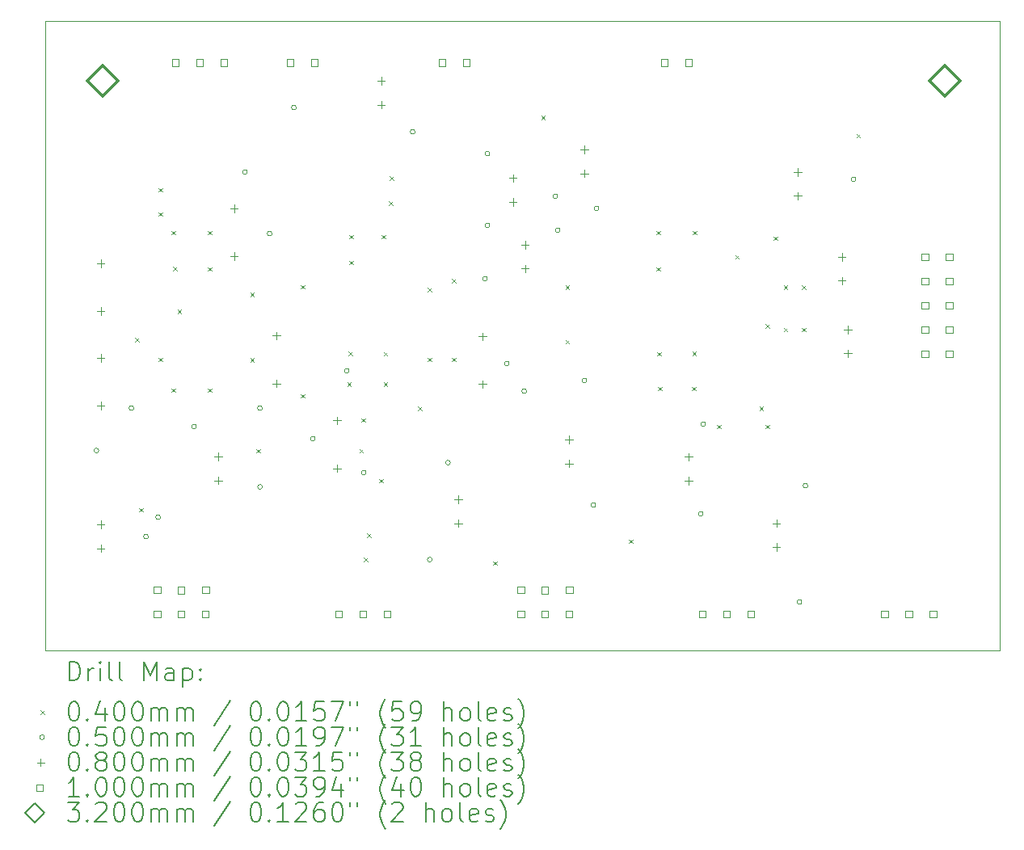
<source format=gbr>
%TF.GenerationSoftware,KiCad,Pcbnew,8.0.4*%
%TF.CreationDate,2024-08-16T16:00:31+02:00*%
%TF.ProjectId,Purrtico_M,50757272-7469-4636-9f5f-4d2e6b696361,01*%
%TF.SameCoordinates,Original*%
%TF.FileFunction,Drillmap*%
%TF.FilePolarity,Positive*%
%FSLAX45Y45*%
G04 Gerber Fmt 4.5, Leading zero omitted, Abs format (unit mm)*
G04 Created by KiCad (PCBNEW 8.0.4) date 2024-08-16 16:00:31*
%MOMM*%
%LPD*%
G01*
G04 APERTURE LIST*
%ADD10C,0.100000*%
%ADD11C,0.200000*%
%ADD12C,0.320000*%
G04 APERTURE END LIST*
D10*
X7780000Y-2290000D02*
X17780000Y-2290000D01*
X17780000Y-8890000D01*
X7780000Y-8890000D01*
X7780000Y-2290000D01*
D11*
D10*
X8723950Y-5612450D02*
X8763950Y-5652450D01*
X8763950Y-5612450D02*
X8723950Y-5652450D01*
X8768400Y-7396800D02*
X8808400Y-7436800D01*
X8808400Y-7396800D02*
X8768400Y-7436800D01*
X8971600Y-4044000D02*
X9011600Y-4084000D01*
X9011600Y-4044000D02*
X8971600Y-4084000D01*
X8971600Y-4298000D02*
X9011600Y-4338000D01*
X9011600Y-4298000D02*
X8971600Y-4338000D01*
X8971600Y-5822000D02*
X9011600Y-5862000D01*
X9011600Y-5822000D02*
X8971600Y-5862000D01*
X9106500Y-4492000D02*
X9146500Y-4532000D01*
X9146500Y-4492000D02*
X9106500Y-4532000D01*
X9106500Y-6143000D02*
X9146500Y-6183000D01*
X9146500Y-6143000D02*
X9106500Y-6183000D01*
X9124000Y-4869500D02*
X9164000Y-4909500D01*
X9164000Y-4869500D02*
X9124000Y-4909500D01*
X9170000Y-5317500D02*
X9210000Y-5357500D01*
X9210000Y-5317500D02*
X9170000Y-5357500D01*
X9487500Y-4492000D02*
X9527500Y-4532000D01*
X9527500Y-4492000D02*
X9487500Y-4532000D01*
X9487500Y-4873000D02*
X9527500Y-4913000D01*
X9527500Y-4873000D02*
X9487500Y-4913000D01*
X9487500Y-6143000D02*
X9527500Y-6183000D01*
X9527500Y-6143000D02*
X9487500Y-6183000D01*
X9932000Y-5142700D02*
X9972000Y-5182700D01*
X9972000Y-5142700D02*
X9932000Y-5182700D01*
X9932000Y-5825500D02*
X9972000Y-5865500D01*
X9972000Y-5825500D02*
X9932000Y-5865500D01*
X9995500Y-6778000D02*
X10035500Y-6818000D01*
X10035500Y-6778000D02*
X9995500Y-6818000D01*
X10457500Y-5060000D02*
X10497500Y-5100000D01*
X10497500Y-5060000D02*
X10457500Y-5100000D01*
X10457500Y-6203000D02*
X10497500Y-6243000D01*
X10497500Y-6203000D02*
X10457500Y-6243000D01*
X10948000Y-6079500D02*
X10988000Y-6119500D01*
X10988000Y-6079500D02*
X10948000Y-6119500D01*
X10957200Y-5760913D02*
X10997200Y-5800913D01*
X10997200Y-5760913D02*
X10957200Y-5800913D01*
X10965500Y-4806000D02*
X11005500Y-4846000D01*
X11005500Y-4806000D02*
X10965500Y-4846000D01*
X10968500Y-4535000D02*
X11008500Y-4575000D01*
X11008500Y-4535000D02*
X10968500Y-4575000D01*
X11075000Y-6778000D02*
X11115000Y-6818000D01*
X11115000Y-6778000D02*
X11075000Y-6818000D01*
X11092500Y-6457000D02*
X11132500Y-6497000D01*
X11132500Y-6457000D02*
X11092500Y-6497000D01*
X11117900Y-7917500D02*
X11157900Y-7957500D01*
X11157900Y-7917500D02*
X11117900Y-7957500D01*
X11156000Y-7663500D02*
X11196000Y-7703500D01*
X11196000Y-7663500D02*
X11156000Y-7703500D01*
X11283000Y-7092000D02*
X11323000Y-7132000D01*
X11323000Y-7092000D02*
X11283000Y-7132000D01*
X11308500Y-4535000D02*
X11348500Y-4575000D01*
X11348500Y-4535000D02*
X11308500Y-4575000D01*
X11329000Y-5762000D02*
X11369000Y-5802000D01*
X11369000Y-5762000D02*
X11329000Y-5802000D01*
X11329000Y-6079500D02*
X11369000Y-6119500D01*
X11369000Y-6079500D02*
X11329000Y-6119500D01*
X11381200Y-4185800D02*
X11421200Y-4225800D01*
X11421200Y-4185800D02*
X11381200Y-4225800D01*
X11392500Y-3920500D02*
X11432500Y-3960500D01*
X11432500Y-3920500D02*
X11392500Y-3960500D01*
X11689400Y-6333500D02*
X11729400Y-6373500D01*
X11729400Y-6333500D02*
X11689400Y-6373500D01*
X11791000Y-5088900D02*
X11831000Y-5128900D01*
X11831000Y-5088900D02*
X11791000Y-5128900D01*
X11791000Y-5822000D02*
X11831000Y-5862000D01*
X11831000Y-5822000D02*
X11791000Y-5862000D01*
X12045000Y-4996500D02*
X12085000Y-5036500D01*
X12085000Y-4996500D02*
X12045000Y-5036500D01*
X12045000Y-5822000D02*
X12085000Y-5862000D01*
X12085000Y-5822000D02*
X12045000Y-5862000D01*
X12476800Y-7955600D02*
X12516800Y-7995600D01*
X12516800Y-7955600D02*
X12476800Y-7995600D01*
X12980000Y-3285500D02*
X13020000Y-3325500D01*
X13020000Y-3285500D02*
X12980000Y-3325500D01*
X13234000Y-5063500D02*
X13274000Y-5103500D01*
X13274000Y-5063500D02*
X13234000Y-5103500D01*
X13234000Y-5635000D02*
X13274000Y-5675000D01*
X13274000Y-5635000D02*
X13234000Y-5675000D01*
X13899200Y-7727000D02*
X13939200Y-7767000D01*
X13939200Y-7727000D02*
X13899200Y-7767000D01*
X14186500Y-4492000D02*
X14226500Y-4532000D01*
X14226500Y-4492000D02*
X14186500Y-4532000D01*
X14186500Y-4873000D02*
X14226500Y-4913000D01*
X14226500Y-4873000D02*
X14186500Y-4913000D01*
X14195700Y-5762000D02*
X14235700Y-5802000D01*
X14235700Y-5762000D02*
X14195700Y-5802000D01*
X14204000Y-6126800D02*
X14244000Y-6166800D01*
X14244000Y-6126800D02*
X14204000Y-6166800D01*
X14559600Y-6126800D02*
X14599600Y-6166800D01*
X14599600Y-6126800D02*
X14559600Y-6166800D01*
X14563243Y-5757995D02*
X14603243Y-5797995D01*
X14603243Y-5757995D02*
X14563243Y-5797995D01*
X14567500Y-4492000D02*
X14607500Y-4532000D01*
X14607500Y-4492000D02*
X14567500Y-4532000D01*
X14821500Y-6524000D02*
X14861500Y-6564000D01*
X14861500Y-6524000D02*
X14821500Y-6564000D01*
X15012000Y-4746000D02*
X15052000Y-4786000D01*
X15052000Y-4746000D02*
X15012000Y-4786000D01*
X15266000Y-6333500D02*
X15306000Y-6373500D01*
X15306000Y-6333500D02*
X15266000Y-6373500D01*
X15329500Y-5472750D02*
X15369500Y-5512750D01*
X15369500Y-5472750D02*
X15329500Y-5512750D01*
X15329500Y-6524000D02*
X15369500Y-6564000D01*
X15369500Y-6524000D02*
X15329500Y-6564000D01*
X15410500Y-4552000D02*
X15450500Y-4592000D01*
X15450500Y-4552000D02*
X15410500Y-4592000D01*
X15520000Y-5063500D02*
X15560000Y-5103500D01*
X15560000Y-5063500D02*
X15520000Y-5103500D01*
X15520000Y-5508000D02*
X15560000Y-5548000D01*
X15560000Y-5508000D02*
X15520000Y-5548000D01*
X15710500Y-5063500D02*
X15750500Y-5103500D01*
X15750500Y-5063500D02*
X15710500Y-5103500D01*
X15710500Y-5508000D02*
X15750500Y-5548000D01*
X15750500Y-5508000D02*
X15710500Y-5548000D01*
X16282000Y-3476000D02*
X16322000Y-3516000D01*
X16322000Y-3476000D02*
X16282000Y-3516000D01*
X8343500Y-6794500D02*
G75*
G02*
X8293500Y-6794500I-25000J0D01*
G01*
X8293500Y-6794500D02*
G75*
G02*
X8343500Y-6794500I25000J0D01*
G01*
X8711800Y-6350000D02*
G75*
G02*
X8661800Y-6350000I-25000J0D01*
G01*
X8661800Y-6350000D02*
G75*
G02*
X8711800Y-6350000I25000J0D01*
G01*
X8864200Y-7696200D02*
G75*
G02*
X8814200Y-7696200I-25000J0D01*
G01*
X8814200Y-7696200D02*
G75*
G02*
X8864200Y-7696200I25000J0D01*
G01*
X8991200Y-7493000D02*
G75*
G02*
X8941200Y-7493000I-25000J0D01*
G01*
X8941200Y-7493000D02*
G75*
G02*
X8991200Y-7493000I25000J0D01*
G01*
X9367400Y-6544000D02*
G75*
G02*
X9317400Y-6544000I-25000J0D01*
G01*
X9317400Y-6544000D02*
G75*
G02*
X9367400Y-6544000I25000J0D01*
G01*
X9900800Y-3877000D02*
G75*
G02*
X9850800Y-3877000I-25000J0D01*
G01*
X9850800Y-3877000D02*
G75*
G02*
X9900800Y-3877000I25000J0D01*
G01*
X10058000Y-6350000D02*
G75*
G02*
X10008000Y-6350000I-25000J0D01*
G01*
X10008000Y-6350000D02*
G75*
G02*
X10058000Y-6350000I25000J0D01*
G01*
X10058000Y-7175500D02*
G75*
G02*
X10008000Y-7175500I-25000J0D01*
G01*
X10008000Y-7175500D02*
G75*
G02*
X10058000Y-7175500I25000J0D01*
G01*
X10159600Y-4521200D02*
G75*
G02*
X10109600Y-4521200I-25000J0D01*
G01*
X10109600Y-4521200D02*
G75*
G02*
X10159600Y-4521200I25000J0D01*
G01*
X10413600Y-3200400D02*
G75*
G02*
X10363600Y-3200400I-25000J0D01*
G01*
X10363600Y-3200400D02*
G75*
G02*
X10413600Y-3200400I25000J0D01*
G01*
X10612000Y-6671000D02*
G75*
G02*
X10562000Y-6671000I-25000J0D01*
G01*
X10562000Y-6671000D02*
G75*
G02*
X10612000Y-6671000I25000J0D01*
G01*
X10967600Y-5959800D02*
G75*
G02*
X10917600Y-5959800I-25000J0D01*
G01*
X10917600Y-5959800D02*
G75*
G02*
X10967600Y-5959800I25000J0D01*
G01*
X11145400Y-7026600D02*
G75*
G02*
X11095400Y-7026600I-25000J0D01*
G01*
X11095400Y-7026600D02*
G75*
G02*
X11145400Y-7026600I25000J0D01*
G01*
X11658200Y-3454400D02*
G75*
G02*
X11608200Y-3454400I-25000J0D01*
G01*
X11608200Y-3454400D02*
G75*
G02*
X11658200Y-3454400I25000J0D01*
G01*
X11836000Y-7937500D02*
G75*
G02*
X11786000Y-7937500I-25000J0D01*
G01*
X11786000Y-7937500D02*
G75*
G02*
X11836000Y-7937500I25000J0D01*
G01*
X12026500Y-6921500D02*
G75*
G02*
X11976500Y-6921500I-25000J0D01*
G01*
X11976500Y-6921500D02*
G75*
G02*
X12026500Y-6921500I25000J0D01*
G01*
X12415400Y-4994600D02*
G75*
G02*
X12365400Y-4994600I-25000J0D01*
G01*
X12365400Y-4994600D02*
G75*
G02*
X12415400Y-4994600I25000J0D01*
G01*
X12440800Y-3683000D02*
G75*
G02*
X12390800Y-3683000I-25000J0D01*
G01*
X12390800Y-3683000D02*
G75*
G02*
X12440800Y-3683000I25000J0D01*
G01*
X12440800Y-4435800D02*
G75*
G02*
X12390800Y-4435800I-25000J0D01*
G01*
X12390800Y-4435800D02*
G75*
G02*
X12440800Y-4435800I25000J0D01*
G01*
X12644000Y-5883600D02*
G75*
G02*
X12594000Y-5883600I-25000J0D01*
G01*
X12594000Y-5883600D02*
G75*
G02*
X12644000Y-5883600I25000J0D01*
G01*
X12826600Y-6172200D02*
G75*
G02*
X12776600Y-6172200I-25000J0D01*
G01*
X12776600Y-6172200D02*
G75*
G02*
X12826600Y-6172200I25000J0D01*
G01*
X13152000Y-4131000D02*
G75*
G02*
X13102000Y-4131000I-25000J0D01*
G01*
X13102000Y-4131000D02*
G75*
G02*
X13152000Y-4131000I25000J0D01*
G01*
X13177400Y-4486600D02*
G75*
G02*
X13127400Y-4486600I-25000J0D01*
G01*
X13127400Y-4486600D02*
G75*
G02*
X13177400Y-4486600I25000J0D01*
G01*
X13456800Y-6061400D02*
G75*
G02*
X13406800Y-6061400I-25000J0D01*
G01*
X13406800Y-6061400D02*
G75*
G02*
X13456800Y-6061400I25000J0D01*
G01*
X13550500Y-7366000D02*
G75*
G02*
X13500500Y-7366000I-25000J0D01*
G01*
X13500500Y-7366000D02*
G75*
G02*
X13550500Y-7366000I25000J0D01*
G01*
X13583800Y-4258000D02*
G75*
G02*
X13533800Y-4258000I-25000J0D01*
G01*
X13533800Y-4258000D02*
G75*
G02*
X13583800Y-4258000I25000J0D01*
G01*
X14676000Y-7458400D02*
G75*
G02*
X14626000Y-7458400I-25000J0D01*
G01*
X14626000Y-7458400D02*
G75*
G02*
X14676000Y-7458400I25000J0D01*
G01*
X14701400Y-6518600D02*
G75*
G02*
X14651400Y-6518600I-25000J0D01*
G01*
X14651400Y-6518600D02*
G75*
G02*
X14701400Y-6518600I25000J0D01*
G01*
X15709500Y-8382000D02*
G75*
G02*
X15659500Y-8382000I-25000J0D01*
G01*
X15659500Y-8382000D02*
G75*
G02*
X15709500Y-8382000I25000J0D01*
G01*
X15773000Y-7162800D02*
G75*
G02*
X15723000Y-7162800I-25000J0D01*
G01*
X15723000Y-7162800D02*
G75*
G02*
X15773000Y-7162800I25000J0D01*
G01*
X16276200Y-3953000D02*
G75*
G02*
X16226200Y-3953000I-25000J0D01*
G01*
X16226200Y-3953000D02*
G75*
G02*
X16276200Y-3953000I25000J0D01*
G01*
X8364500Y-4793500D02*
X8364500Y-4873500D01*
X8324500Y-4833500D02*
X8404500Y-4833500D01*
X8364500Y-5293500D02*
X8364500Y-5373500D01*
X8324500Y-5333500D02*
X8404500Y-5333500D01*
X8364500Y-5784600D02*
X8364500Y-5864600D01*
X8324500Y-5824600D02*
X8404500Y-5824600D01*
X8364500Y-6284600D02*
X8364500Y-6364600D01*
X8324500Y-6324600D02*
X8404500Y-6324600D01*
X8364500Y-7529200D02*
X8364500Y-7609200D01*
X8324500Y-7569200D02*
X8404500Y-7569200D01*
X8364500Y-7779200D02*
X8364500Y-7859200D01*
X8324500Y-7819200D02*
X8404500Y-7819200D01*
X9596400Y-6818000D02*
X9596400Y-6898000D01*
X9556400Y-6858000D02*
X9636400Y-6858000D01*
X9596400Y-7068000D02*
X9596400Y-7148000D01*
X9556400Y-7108000D02*
X9636400Y-7108000D01*
X9761500Y-4218000D02*
X9761500Y-4298000D01*
X9721500Y-4258000D02*
X9801500Y-4258000D01*
X9761500Y-4718000D02*
X9761500Y-4798000D01*
X9721500Y-4758000D02*
X9801500Y-4758000D01*
X10206000Y-5551500D02*
X10206000Y-5631500D01*
X10166000Y-5591500D02*
X10246000Y-5591500D01*
X10206000Y-6051500D02*
X10206000Y-6131500D01*
X10166000Y-6091500D02*
X10246000Y-6091500D01*
X10841000Y-6440500D02*
X10841000Y-6520500D01*
X10801000Y-6480500D02*
X10881000Y-6480500D01*
X10841000Y-6940500D02*
X10841000Y-7020500D01*
X10801000Y-6980500D02*
X10881000Y-6980500D01*
X11303000Y-2881000D02*
X11303000Y-2961000D01*
X11263000Y-2921000D02*
X11343000Y-2921000D01*
X11303000Y-3131000D02*
X11303000Y-3211000D01*
X11263000Y-3171000D02*
X11343000Y-3171000D01*
X12111000Y-7266500D02*
X12111000Y-7346500D01*
X12071000Y-7306500D02*
X12151000Y-7306500D01*
X12111000Y-7516500D02*
X12111000Y-7596500D01*
X12071000Y-7556500D02*
X12151000Y-7556500D01*
X12365000Y-5559500D02*
X12365000Y-5639500D01*
X12325000Y-5599500D02*
X12405000Y-5599500D01*
X12365000Y-6059500D02*
X12365000Y-6139500D01*
X12325000Y-6099500D02*
X12405000Y-6099500D01*
X12682500Y-3900500D02*
X12682500Y-3980500D01*
X12642500Y-3940500D02*
X12722500Y-3940500D01*
X12682500Y-4150500D02*
X12682500Y-4230500D01*
X12642500Y-4190500D02*
X12722500Y-4190500D01*
X12809500Y-4599000D02*
X12809500Y-4679000D01*
X12769500Y-4639000D02*
X12849500Y-4639000D01*
X12809500Y-4849000D02*
X12809500Y-4929000D01*
X12769500Y-4889000D02*
X12849500Y-4889000D01*
X13271500Y-6639762D02*
X13271500Y-6719762D01*
X13231500Y-6679762D02*
X13311500Y-6679762D01*
X13271500Y-6889762D02*
X13271500Y-6969762D01*
X13231500Y-6929762D02*
X13311500Y-6929762D01*
X13430000Y-3600000D02*
X13430000Y-3680000D01*
X13390000Y-3640000D02*
X13470000Y-3640000D01*
X13430000Y-3850000D02*
X13430000Y-3930000D01*
X13390000Y-3890000D02*
X13470000Y-3890000D01*
X14524000Y-6821500D02*
X14524000Y-6901500D01*
X14484000Y-6861500D02*
X14564000Y-6861500D01*
X14524000Y-7071500D02*
X14524000Y-7151500D01*
X14484000Y-7111500D02*
X14564000Y-7111500D01*
X15443200Y-7516500D02*
X15443200Y-7596500D01*
X15403200Y-7556500D02*
X15483200Y-7556500D01*
X15443200Y-7766500D02*
X15443200Y-7846500D01*
X15403200Y-7806500D02*
X15483200Y-7806500D01*
X15667000Y-3837000D02*
X15667000Y-3917000D01*
X15627000Y-3877000D02*
X15707000Y-3877000D01*
X15667000Y-4087000D02*
X15667000Y-4167000D01*
X15627000Y-4127000D02*
X15707000Y-4127000D01*
X16129000Y-4726000D02*
X16129000Y-4806000D01*
X16089000Y-4766000D02*
X16169000Y-4766000D01*
X16129000Y-4976000D02*
X16129000Y-5056000D01*
X16089000Y-5016000D02*
X16169000Y-5016000D01*
X16192500Y-5488000D02*
X16192500Y-5568000D01*
X16152500Y-5528000D02*
X16232500Y-5528000D01*
X16192500Y-5738000D02*
X16192500Y-5818000D01*
X16152500Y-5778000D02*
X16232500Y-5778000D01*
X8992920Y-8290356D02*
X8992920Y-8219644D01*
X8922208Y-8219644D01*
X8922208Y-8290356D01*
X8992920Y-8290356D01*
X8992920Y-8544356D02*
X8992920Y-8473644D01*
X8922208Y-8473644D01*
X8922208Y-8544356D01*
X8992920Y-8544356D01*
X9179356Y-2765856D02*
X9179356Y-2695144D01*
X9108644Y-2695144D01*
X9108644Y-2765856D01*
X9179356Y-2765856D01*
X9242920Y-8294356D02*
X9242920Y-8223644D01*
X9172208Y-8223644D01*
X9172208Y-8294356D01*
X9242920Y-8294356D01*
X9242920Y-8544356D02*
X9242920Y-8473644D01*
X9172208Y-8473644D01*
X9172208Y-8544356D01*
X9242920Y-8544356D01*
X9433356Y-2765856D02*
X9433356Y-2695144D01*
X9362644Y-2695144D01*
X9362644Y-2765856D01*
X9433356Y-2765856D01*
X9492920Y-8544356D02*
X9492920Y-8473644D01*
X9422208Y-8473644D01*
X9422208Y-8544356D01*
X9492920Y-8544356D01*
X9500920Y-8290356D02*
X9500920Y-8219644D01*
X9430208Y-8219644D01*
X9430208Y-8290356D01*
X9500920Y-8290356D01*
X9687356Y-2765856D02*
X9687356Y-2695144D01*
X9616644Y-2695144D01*
X9616644Y-2765856D01*
X9687356Y-2765856D01*
X10385856Y-2765856D02*
X10385856Y-2695144D01*
X10315144Y-2695144D01*
X10315144Y-2765856D01*
X10385856Y-2765856D01*
X10639856Y-2765856D02*
X10639856Y-2695144D01*
X10569144Y-2695144D01*
X10569144Y-2765856D01*
X10639856Y-2765856D01*
X10893856Y-8544356D02*
X10893856Y-8473644D01*
X10823144Y-8473644D01*
X10823144Y-8544356D01*
X10893856Y-8544356D01*
X11147856Y-8544356D02*
X11147856Y-8473644D01*
X11077144Y-8473644D01*
X11077144Y-8544356D01*
X11147856Y-8544356D01*
X11401856Y-8544356D02*
X11401856Y-8473644D01*
X11331144Y-8473644D01*
X11331144Y-8544356D01*
X11401856Y-8544356D01*
X11973356Y-2765856D02*
X11973356Y-2695144D01*
X11902644Y-2695144D01*
X11902644Y-2765856D01*
X11973356Y-2765856D01*
X12227356Y-2765856D02*
X12227356Y-2695144D01*
X12156644Y-2695144D01*
X12156644Y-2765856D01*
X12227356Y-2765856D01*
X12802666Y-8290356D02*
X12802666Y-8219644D01*
X12731954Y-8219644D01*
X12731954Y-8290356D01*
X12802666Y-8290356D01*
X12802666Y-8544356D02*
X12802666Y-8473644D01*
X12731954Y-8473644D01*
X12731954Y-8544356D01*
X12802666Y-8544356D01*
X13052666Y-8294356D02*
X13052666Y-8223644D01*
X12981954Y-8223644D01*
X12981954Y-8294356D01*
X13052666Y-8294356D01*
X13052666Y-8544356D02*
X13052666Y-8473644D01*
X12981954Y-8473644D01*
X12981954Y-8544356D01*
X13052666Y-8544356D01*
X13302666Y-8544356D02*
X13302666Y-8473644D01*
X13231954Y-8473644D01*
X13231954Y-8544356D01*
X13302666Y-8544356D01*
X13310666Y-8290356D02*
X13310666Y-8219644D01*
X13239954Y-8219644D01*
X13239954Y-8290356D01*
X13310666Y-8290356D01*
X14305356Y-2765856D02*
X14305356Y-2695144D01*
X14234644Y-2695144D01*
X14234644Y-2765856D01*
X14305356Y-2765856D01*
X14559356Y-2765856D02*
X14559356Y-2695144D01*
X14488644Y-2695144D01*
X14488644Y-2765856D01*
X14559356Y-2765856D01*
X14703856Y-8544356D02*
X14703856Y-8473644D01*
X14633144Y-8473644D01*
X14633144Y-8544356D01*
X14703856Y-8544356D01*
X14957856Y-8544356D02*
X14957856Y-8473644D01*
X14887144Y-8473644D01*
X14887144Y-8544356D01*
X14957856Y-8544356D01*
X15211856Y-8544356D02*
X15211856Y-8473644D01*
X15141144Y-8473644D01*
X15141144Y-8544356D01*
X15211856Y-8544356D01*
X16610380Y-8544356D02*
X16610380Y-8473644D01*
X16539668Y-8473644D01*
X16539668Y-8544356D01*
X16610380Y-8544356D01*
X16864380Y-8544356D02*
X16864380Y-8473644D01*
X16793668Y-8473644D01*
X16793668Y-8544356D01*
X16864380Y-8544356D01*
X17035856Y-4801356D02*
X17035856Y-4730644D01*
X16965144Y-4730644D01*
X16965144Y-4801356D01*
X17035856Y-4801356D01*
X17035856Y-5055356D02*
X17035856Y-4984644D01*
X16965144Y-4984644D01*
X16965144Y-5055356D01*
X17035856Y-5055356D01*
X17035856Y-5309356D02*
X17035856Y-5238644D01*
X16965144Y-5238644D01*
X16965144Y-5309356D01*
X17035856Y-5309356D01*
X17035856Y-5563356D02*
X17035856Y-5492644D01*
X16965144Y-5492644D01*
X16965144Y-5563356D01*
X17035856Y-5563356D01*
X17035856Y-5817356D02*
X17035856Y-5746644D01*
X16965144Y-5746644D01*
X16965144Y-5817356D01*
X17035856Y-5817356D01*
X17118380Y-8544356D02*
X17118380Y-8473644D01*
X17047668Y-8473644D01*
X17047668Y-8544356D01*
X17118380Y-8544356D01*
X17289856Y-4801356D02*
X17289856Y-4730644D01*
X17219144Y-4730644D01*
X17219144Y-4801356D01*
X17289856Y-4801356D01*
X17289856Y-5055356D02*
X17289856Y-4984644D01*
X17219144Y-4984644D01*
X17219144Y-5055356D01*
X17289856Y-5055356D01*
X17289856Y-5309356D02*
X17289856Y-5238644D01*
X17219144Y-5238644D01*
X17219144Y-5309356D01*
X17289856Y-5309356D01*
X17289856Y-5563356D02*
X17289856Y-5492644D01*
X17219144Y-5492644D01*
X17219144Y-5563356D01*
X17289856Y-5563356D01*
X17289856Y-5817356D02*
X17289856Y-5746644D01*
X17219144Y-5746644D01*
X17219144Y-5817356D01*
X17289856Y-5817356D01*
D12*
X8382000Y-3081000D02*
X8542000Y-2921000D01*
X8382000Y-2761000D01*
X8222000Y-2921000D01*
X8382000Y-3081000D01*
X17208500Y-3081000D02*
X17368500Y-2921000D01*
X17208500Y-2761000D01*
X17048500Y-2921000D01*
X17208500Y-3081000D01*
D11*
X8035777Y-9206484D02*
X8035777Y-9006484D01*
X8035777Y-9006484D02*
X8083396Y-9006484D01*
X8083396Y-9006484D02*
X8111967Y-9016008D01*
X8111967Y-9016008D02*
X8131015Y-9035055D01*
X8131015Y-9035055D02*
X8140539Y-9054103D01*
X8140539Y-9054103D02*
X8150062Y-9092198D01*
X8150062Y-9092198D02*
X8150062Y-9120770D01*
X8150062Y-9120770D02*
X8140539Y-9158865D01*
X8140539Y-9158865D02*
X8131015Y-9177912D01*
X8131015Y-9177912D02*
X8111967Y-9196960D01*
X8111967Y-9196960D02*
X8083396Y-9206484D01*
X8083396Y-9206484D02*
X8035777Y-9206484D01*
X8235777Y-9206484D02*
X8235777Y-9073150D01*
X8235777Y-9111246D02*
X8245301Y-9092198D01*
X8245301Y-9092198D02*
X8254824Y-9082674D01*
X8254824Y-9082674D02*
X8273872Y-9073150D01*
X8273872Y-9073150D02*
X8292920Y-9073150D01*
X8359586Y-9206484D02*
X8359586Y-9073150D01*
X8359586Y-9006484D02*
X8350062Y-9016008D01*
X8350062Y-9016008D02*
X8359586Y-9025531D01*
X8359586Y-9025531D02*
X8369110Y-9016008D01*
X8369110Y-9016008D02*
X8359586Y-9006484D01*
X8359586Y-9006484D02*
X8359586Y-9025531D01*
X8483396Y-9206484D02*
X8464348Y-9196960D01*
X8464348Y-9196960D02*
X8454824Y-9177912D01*
X8454824Y-9177912D02*
X8454824Y-9006484D01*
X8588158Y-9206484D02*
X8569110Y-9196960D01*
X8569110Y-9196960D02*
X8559586Y-9177912D01*
X8559586Y-9177912D02*
X8559586Y-9006484D01*
X8816729Y-9206484D02*
X8816729Y-9006484D01*
X8816729Y-9006484D02*
X8883396Y-9149341D01*
X8883396Y-9149341D02*
X8950063Y-9006484D01*
X8950063Y-9006484D02*
X8950063Y-9206484D01*
X9131015Y-9206484D02*
X9131015Y-9101722D01*
X9131015Y-9101722D02*
X9121491Y-9082674D01*
X9121491Y-9082674D02*
X9102444Y-9073150D01*
X9102444Y-9073150D02*
X9064348Y-9073150D01*
X9064348Y-9073150D02*
X9045301Y-9082674D01*
X9131015Y-9196960D02*
X9111967Y-9206484D01*
X9111967Y-9206484D02*
X9064348Y-9206484D01*
X9064348Y-9206484D02*
X9045301Y-9196960D01*
X9045301Y-9196960D02*
X9035777Y-9177912D01*
X9035777Y-9177912D02*
X9035777Y-9158865D01*
X9035777Y-9158865D02*
X9045301Y-9139817D01*
X9045301Y-9139817D02*
X9064348Y-9130293D01*
X9064348Y-9130293D02*
X9111967Y-9130293D01*
X9111967Y-9130293D02*
X9131015Y-9120770D01*
X9226253Y-9073150D02*
X9226253Y-9273150D01*
X9226253Y-9082674D02*
X9245301Y-9073150D01*
X9245301Y-9073150D02*
X9283396Y-9073150D01*
X9283396Y-9073150D02*
X9302444Y-9082674D01*
X9302444Y-9082674D02*
X9311967Y-9092198D01*
X9311967Y-9092198D02*
X9321491Y-9111246D01*
X9321491Y-9111246D02*
X9321491Y-9168389D01*
X9321491Y-9168389D02*
X9311967Y-9187436D01*
X9311967Y-9187436D02*
X9302444Y-9196960D01*
X9302444Y-9196960D02*
X9283396Y-9206484D01*
X9283396Y-9206484D02*
X9245301Y-9206484D01*
X9245301Y-9206484D02*
X9226253Y-9196960D01*
X9407205Y-9187436D02*
X9416729Y-9196960D01*
X9416729Y-9196960D02*
X9407205Y-9206484D01*
X9407205Y-9206484D02*
X9397682Y-9196960D01*
X9397682Y-9196960D02*
X9407205Y-9187436D01*
X9407205Y-9187436D02*
X9407205Y-9206484D01*
X9407205Y-9082674D02*
X9416729Y-9092198D01*
X9416729Y-9092198D02*
X9407205Y-9101722D01*
X9407205Y-9101722D02*
X9397682Y-9092198D01*
X9397682Y-9092198D02*
X9407205Y-9082674D01*
X9407205Y-9082674D02*
X9407205Y-9101722D01*
D10*
X7735000Y-9515000D02*
X7775000Y-9555000D01*
X7775000Y-9515000D02*
X7735000Y-9555000D01*
D11*
X8073872Y-9426484D02*
X8092920Y-9426484D01*
X8092920Y-9426484D02*
X8111967Y-9436008D01*
X8111967Y-9436008D02*
X8121491Y-9445531D01*
X8121491Y-9445531D02*
X8131015Y-9464579D01*
X8131015Y-9464579D02*
X8140539Y-9502674D01*
X8140539Y-9502674D02*
X8140539Y-9550293D01*
X8140539Y-9550293D02*
X8131015Y-9588389D01*
X8131015Y-9588389D02*
X8121491Y-9607436D01*
X8121491Y-9607436D02*
X8111967Y-9616960D01*
X8111967Y-9616960D02*
X8092920Y-9626484D01*
X8092920Y-9626484D02*
X8073872Y-9626484D01*
X8073872Y-9626484D02*
X8054824Y-9616960D01*
X8054824Y-9616960D02*
X8045301Y-9607436D01*
X8045301Y-9607436D02*
X8035777Y-9588389D01*
X8035777Y-9588389D02*
X8026253Y-9550293D01*
X8026253Y-9550293D02*
X8026253Y-9502674D01*
X8026253Y-9502674D02*
X8035777Y-9464579D01*
X8035777Y-9464579D02*
X8045301Y-9445531D01*
X8045301Y-9445531D02*
X8054824Y-9436008D01*
X8054824Y-9436008D02*
X8073872Y-9426484D01*
X8226253Y-9607436D02*
X8235777Y-9616960D01*
X8235777Y-9616960D02*
X8226253Y-9626484D01*
X8226253Y-9626484D02*
X8216729Y-9616960D01*
X8216729Y-9616960D02*
X8226253Y-9607436D01*
X8226253Y-9607436D02*
X8226253Y-9626484D01*
X8407205Y-9493150D02*
X8407205Y-9626484D01*
X8359586Y-9416960D02*
X8311967Y-9559817D01*
X8311967Y-9559817D02*
X8435777Y-9559817D01*
X8550063Y-9426484D02*
X8569110Y-9426484D01*
X8569110Y-9426484D02*
X8588158Y-9436008D01*
X8588158Y-9436008D02*
X8597682Y-9445531D01*
X8597682Y-9445531D02*
X8607205Y-9464579D01*
X8607205Y-9464579D02*
X8616729Y-9502674D01*
X8616729Y-9502674D02*
X8616729Y-9550293D01*
X8616729Y-9550293D02*
X8607205Y-9588389D01*
X8607205Y-9588389D02*
X8597682Y-9607436D01*
X8597682Y-9607436D02*
X8588158Y-9616960D01*
X8588158Y-9616960D02*
X8569110Y-9626484D01*
X8569110Y-9626484D02*
X8550063Y-9626484D01*
X8550063Y-9626484D02*
X8531015Y-9616960D01*
X8531015Y-9616960D02*
X8521491Y-9607436D01*
X8521491Y-9607436D02*
X8511967Y-9588389D01*
X8511967Y-9588389D02*
X8502444Y-9550293D01*
X8502444Y-9550293D02*
X8502444Y-9502674D01*
X8502444Y-9502674D02*
X8511967Y-9464579D01*
X8511967Y-9464579D02*
X8521491Y-9445531D01*
X8521491Y-9445531D02*
X8531015Y-9436008D01*
X8531015Y-9436008D02*
X8550063Y-9426484D01*
X8740539Y-9426484D02*
X8759586Y-9426484D01*
X8759586Y-9426484D02*
X8778634Y-9436008D01*
X8778634Y-9436008D02*
X8788158Y-9445531D01*
X8788158Y-9445531D02*
X8797682Y-9464579D01*
X8797682Y-9464579D02*
X8807205Y-9502674D01*
X8807205Y-9502674D02*
X8807205Y-9550293D01*
X8807205Y-9550293D02*
X8797682Y-9588389D01*
X8797682Y-9588389D02*
X8788158Y-9607436D01*
X8788158Y-9607436D02*
X8778634Y-9616960D01*
X8778634Y-9616960D02*
X8759586Y-9626484D01*
X8759586Y-9626484D02*
X8740539Y-9626484D01*
X8740539Y-9626484D02*
X8721491Y-9616960D01*
X8721491Y-9616960D02*
X8711967Y-9607436D01*
X8711967Y-9607436D02*
X8702444Y-9588389D01*
X8702444Y-9588389D02*
X8692920Y-9550293D01*
X8692920Y-9550293D02*
X8692920Y-9502674D01*
X8692920Y-9502674D02*
X8702444Y-9464579D01*
X8702444Y-9464579D02*
X8711967Y-9445531D01*
X8711967Y-9445531D02*
X8721491Y-9436008D01*
X8721491Y-9436008D02*
X8740539Y-9426484D01*
X8892920Y-9626484D02*
X8892920Y-9493150D01*
X8892920Y-9512198D02*
X8902444Y-9502674D01*
X8902444Y-9502674D02*
X8921491Y-9493150D01*
X8921491Y-9493150D02*
X8950063Y-9493150D01*
X8950063Y-9493150D02*
X8969110Y-9502674D01*
X8969110Y-9502674D02*
X8978634Y-9521722D01*
X8978634Y-9521722D02*
X8978634Y-9626484D01*
X8978634Y-9521722D02*
X8988158Y-9502674D01*
X8988158Y-9502674D02*
X9007205Y-9493150D01*
X9007205Y-9493150D02*
X9035777Y-9493150D01*
X9035777Y-9493150D02*
X9054825Y-9502674D01*
X9054825Y-9502674D02*
X9064348Y-9521722D01*
X9064348Y-9521722D02*
X9064348Y-9626484D01*
X9159586Y-9626484D02*
X9159586Y-9493150D01*
X9159586Y-9512198D02*
X9169110Y-9502674D01*
X9169110Y-9502674D02*
X9188158Y-9493150D01*
X9188158Y-9493150D02*
X9216729Y-9493150D01*
X9216729Y-9493150D02*
X9235777Y-9502674D01*
X9235777Y-9502674D02*
X9245301Y-9521722D01*
X9245301Y-9521722D02*
X9245301Y-9626484D01*
X9245301Y-9521722D02*
X9254825Y-9502674D01*
X9254825Y-9502674D02*
X9273872Y-9493150D01*
X9273872Y-9493150D02*
X9302444Y-9493150D01*
X9302444Y-9493150D02*
X9321491Y-9502674D01*
X9321491Y-9502674D02*
X9331015Y-9521722D01*
X9331015Y-9521722D02*
X9331015Y-9626484D01*
X9721491Y-9416960D02*
X9550063Y-9674103D01*
X9978634Y-9426484D02*
X9997682Y-9426484D01*
X9997682Y-9426484D02*
X10016729Y-9436008D01*
X10016729Y-9436008D02*
X10026253Y-9445531D01*
X10026253Y-9445531D02*
X10035777Y-9464579D01*
X10035777Y-9464579D02*
X10045301Y-9502674D01*
X10045301Y-9502674D02*
X10045301Y-9550293D01*
X10045301Y-9550293D02*
X10035777Y-9588389D01*
X10035777Y-9588389D02*
X10026253Y-9607436D01*
X10026253Y-9607436D02*
X10016729Y-9616960D01*
X10016729Y-9616960D02*
X9997682Y-9626484D01*
X9997682Y-9626484D02*
X9978634Y-9626484D01*
X9978634Y-9626484D02*
X9959587Y-9616960D01*
X9959587Y-9616960D02*
X9950063Y-9607436D01*
X9950063Y-9607436D02*
X9940539Y-9588389D01*
X9940539Y-9588389D02*
X9931015Y-9550293D01*
X9931015Y-9550293D02*
X9931015Y-9502674D01*
X9931015Y-9502674D02*
X9940539Y-9464579D01*
X9940539Y-9464579D02*
X9950063Y-9445531D01*
X9950063Y-9445531D02*
X9959587Y-9436008D01*
X9959587Y-9436008D02*
X9978634Y-9426484D01*
X10131015Y-9607436D02*
X10140539Y-9616960D01*
X10140539Y-9616960D02*
X10131015Y-9626484D01*
X10131015Y-9626484D02*
X10121491Y-9616960D01*
X10121491Y-9616960D02*
X10131015Y-9607436D01*
X10131015Y-9607436D02*
X10131015Y-9626484D01*
X10264348Y-9426484D02*
X10283396Y-9426484D01*
X10283396Y-9426484D02*
X10302444Y-9436008D01*
X10302444Y-9436008D02*
X10311968Y-9445531D01*
X10311968Y-9445531D02*
X10321491Y-9464579D01*
X10321491Y-9464579D02*
X10331015Y-9502674D01*
X10331015Y-9502674D02*
X10331015Y-9550293D01*
X10331015Y-9550293D02*
X10321491Y-9588389D01*
X10321491Y-9588389D02*
X10311968Y-9607436D01*
X10311968Y-9607436D02*
X10302444Y-9616960D01*
X10302444Y-9616960D02*
X10283396Y-9626484D01*
X10283396Y-9626484D02*
X10264348Y-9626484D01*
X10264348Y-9626484D02*
X10245301Y-9616960D01*
X10245301Y-9616960D02*
X10235777Y-9607436D01*
X10235777Y-9607436D02*
X10226253Y-9588389D01*
X10226253Y-9588389D02*
X10216729Y-9550293D01*
X10216729Y-9550293D02*
X10216729Y-9502674D01*
X10216729Y-9502674D02*
X10226253Y-9464579D01*
X10226253Y-9464579D02*
X10235777Y-9445531D01*
X10235777Y-9445531D02*
X10245301Y-9436008D01*
X10245301Y-9436008D02*
X10264348Y-9426484D01*
X10521491Y-9626484D02*
X10407206Y-9626484D01*
X10464348Y-9626484D02*
X10464348Y-9426484D01*
X10464348Y-9426484D02*
X10445301Y-9455055D01*
X10445301Y-9455055D02*
X10426253Y-9474103D01*
X10426253Y-9474103D02*
X10407206Y-9483627D01*
X10702444Y-9426484D02*
X10607206Y-9426484D01*
X10607206Y-9426484D02*
X10597682Y-9521722D01*
X10597682Y-9521722D02*
X10607206Y-9512198D01*
X10607206Y-9512198D02*
X10626253Y-9502674D01*
X10626253Y-9502674D02*
X10673872Y-9502674D01*
X10673872Y-9502674D02*
X10692920Y-9512198D01*
X10692920Y-9512198D02*
X10702444Y-9521722D01*
X10702444Y-9521722D02*
X10711968Y-9540770D01*
X10711968Y-9540770D02*
X10711968Y-9588389D01*
X10711968Y-9588389D02*
X10702444Y-9607436D01*
X10702444Y-9607436D02*
X10692920Y-9616960D01*
X10692920Y-9616960D02*
X10673872Y-9626484D01*
X10673872Y-9626484D02*
X10626253Y-9626484D01*
X10626253Y-9626484D02*
X10607206Y-9616960D01*
X10607206Y-9616960D02*
X10597682Y-9607436D01*
X10778634Y-9426484D02*
X10911968Y-9426484D01*
X10911968Y-9426484D02*
X10826253Y-9626484D01*
X10978634Y-9426484D02*
X10978634Y-9464579D01*
X11054825Y-9426484D02*
X11054825Y-9464579D01*
X11350063Y-9702674D02*
X11340539Y-9693150D01*
X11340539Y-9693150D02*
X11321491Y-9664579D01*
X11321491Y-9664579D02*
X11311968Y-9645531D01*
X11311968Y-9645531D02*
X11302444Y-9616960D01*
X11302444Y-9616960D02*
X11292920Y-9569341D01*
X11292920Y-9569341D02*
X11292920Y-9531246D01*
X11292920Y-9531246D02*
X11302444Y-9483627D01*
X11302444Y-9483627D02*
X11311968Y-9455055D01*
X11311968Y-9455055D02*
X11321491Y-9436008D01*
X11321491Y-9436008D02*
X11340539Y-9407436D01*
X11340539Y-9407436D02*
X11350063Y-9397912D01*
X11521491Y-9426484D02*
X11426253Y-9426484D01*
X11426253Y-9426484D02*
X11416729Y-9521722D01*
X11416729Y-9521722D02*
X11426253Y-9512198D01*
X11426253Y-9512198D02*
X11445301Y-9502674D01*
X11445301Y-9502674D02*
X11492920Y-9502674D01*
X11492920Y-9502674D02*
X11511968Y-9512198D01*
X11511968Y-9512198D02*
X11521491Y-9521722D01*
X11521491Y-9521722D02*
X11531015Y-9540770D01*
X11531015Y-9540770D02*
X11531015Y-9588389D01*
X11531015Y-9588389D02*
X11521491Y-9607436D01*
X11521491Y-9607436D02*
X11511968Y-9616960D01*
X11511968Y-9616960D02*
X11492920Y-9626484D01*
X11492920Y-9626484D02*
X11445301Y-9626484D01*
X11445301Y-9626484D02*
X11426253Y-9616960D01*
X11426253Y-9616960D02*
X11416729Y-9607436D01*
X11626253Y-9626484D02*
X11664348Y-9626484D01*
X11664348Y-9626484D02*
X11683396Y-9616960D01*
X11683396Y-9616960D02*
X11692920Y-9607436D01*
X11692920Y-9607436D02*
X11711968Y-9578865D01*
X11711968Y-9578865D02*
X11721491Y-9540770D01*
X11721491Y-9540770D02*
X11721491Y-9464579D01*
X11721491Y-9464579D02*
X11711968Y-9445531D01*
X11711968Y-9445531D02*
X11702444Y-9436008D01*
X11702444Y-9436008D02*
X11683396Y-9426484D01*
X11683396Y-9426484D02*
X11645301Y-9426484D01*
X11645301Y-9426484D02*
X11626253Y-9436008D01*
X11626253Y-9436008D02*
X11616729Y-9445531D01*
X11616729Y-9445531D02*
X11607206Y-9464579D01*
X11607206Y-9464579D02*
X11607206Y-9512198D01*
X11607206Y-9512198D02*
X11616729Y-9531246D01*
X11616729Y-9531246D02*
X11626253Y-9540770D01*
X11626253Y-9540770D02*
X11645301Y-9550293D01*
X11645301Y-9550293D02*
X11683396Y-9550293D01*
X11683396Y-9550293D02*
X11702444Y-9540770D01*
X11702444Y-9540770D02*
X11711968Y-9531246D01*
X11711968Y-9531246D02*
X11721491Y-9512198D01*
X11959587Y-9626484D02*
X11959587Y-9426484D01*
X12045301Y-9626484D02*
X12045301Y-9521722D01*
X12045301Y-9521722D02*
X12035777Y-9502674D01*
X12035777Y-9502674D02*
X12016730Y-9493150D01*
X12016730Y-9493150D02*
X11988158Y-9493150D01*
X11988158Y-9493150D02*
X11969110Y-9502674D01*
X11969110Y-9502674D02*
X11959587Y-9512198D01*
X12169110Y-9626484D02*
X12150063Y-9616960D01*
X12150063Y-9616960D02*
X12140539Y-9607436D01*
X12140539Y-9607436D02*
X12131015Y-9588389D01*
X12131015Y-9588389D02*
X12131015Y-9531246D01*
X12131015Y-9531246D02*
X12140539Y-9512198D01*
X12140539Y-9512198D02*
X12150063Y-9502674D01*
X12150063Y-9502674D02*
X12169110Y-9493150D01*
X12169110Y-9493150D02*
X12197682Y-9493150D01*
X12197682Y-9493150D02*
X12216730Y-9502674D01*
X12216730Y-9502674D02*
X12226253Y-9512198D01*
X12226253Y-9512198D02*
X12235777Y-9531246D01*
X12235777Y-9531246D02*
X12235777Y-9588389D01*
X12235777Y-9588389D02*
X12226253Y-9607436D01*
X12226253Y-9607436D02*
X12216730Y-9616960D01*
X12216730Y-9616960D02*
X12197682Y-9626484D01*
X12197682Y-9626484D02*
X12169110Y-9626484D01*
X12350063Y-9626484D02*
X12331015Y-9616960D01*
X12331015Y-9616960D02*
X12321491Y-9597912D01*
X12321491Y-9597912D02*
X12321491Y-9426484D01*
X12502444Y-9616960D02*
X12483396Y-9626484D01*
X12483396Y-9626484D02*
X12445301Y-9626484D01*
X12445301Y-9626484D02*
X12426253Y-9616960D01*
X12426253Y-9616960D02*
X12416730Y-9597912D01*
X12416730Y-9597912D02*
X12416730Y-9521722D01*
X12416730Y-9521722D02*
X12426253Y-9502674D01*
X12426253Y-9502674D02*
X12445301Y-9493150D01*
X12445301Y-9493150D02*
X12483396Y-9493150D01*
X12483396Y-9493150D02*
X12502444Y-9502674D01*
X12502444Y-9502674D02*
X12511968Y-9521722D01*
X12511968Y-9521722D02*
X12511968Y-9540770D01*
X12511968Y-9540770D02*
X12416730Y-9559817D01*
X12588158Y-9616960D02*
X12607206Y-9626484D01*
X12607206Y-9626484D02*
X12645301Y-9626484D01*
X12645301Y-9626484D02*
X12664349Y-9616960D01*
X12664349Y-9616960D02*
X12673872Y-9597912D01*
X12673872Y-9597912D02*
X12673872Y-9588389D01*
X12673872Y-9588389D02*
X12664349Y-9569341D01*
X12664349Y-9569341D02*
X12645301Y-9559817D01*
X12645301Y-9559817D02*
X12616730Y-9559817D01*
X12616730Y-9559817D02*
X12597682Y-9550293D01*
X12597682Y-9550293D02*
X12588158Y-9531246D01*
X12588158Y-9531246D02*
X12588158Y-9521722D01*
X12588158Y-9521722D02*
X12597682Y-9502674D01*
X12597682Y-9502674D02*
X12616730Y-9493150D01*
X12616730Y-9493150D02*
X12645301Y-9493150D01*
X12645301Y-9493150D02*
X12664349Y-9502674D01*
X12740539Y-9702674D02*
X12750063Y-9693150D01*
X12750063Y-9693150D02*
X12769111Y-9664579D01*
X12769111Y-9664579D02*
X12778634Y-9645531D01*
X12778634Y-9645531D02*
X12788158Y-9616960D01*
X12788158Y-9616960D02*
X12797682Y-9569341D01*
X12797682Y-9569341D02*
X12797682Y-9531246D01*
X12797682Y-9531246D02*
X12788158Y-9483627D01*
X12788158Y-9483627D02*
X12778634Y-9455055D01*
X12778634Y-9455055D02*
X12769111Y-9436008D01*
X12769111Y-9436008D02*
X12750063Y-9407436D01*
X12750063Y-9407436D02*
X12740539Y-9397912D01*
D10*
X7775000Y-9799000D02*
G75*
G02*
X7725000Y-9799000I-25000J0D01*
G01*
X7725000Y-9799000D02*
G75*
G02*
X7775000Y-9799000I25000J0D01*
G01*
D11*
X8073872Y-9690484D02*
X8092920Y-9690484D01*
X8092920Y-9690484D02*
X8111967Y-9700008D01*
X8111967Y-9700008D02*
X8121491Y-9709531D01*
X8121491Y-9709531D02*
X8131015Y-9728579D01*
X8131015Y-9728579D02*
X8140539Y-9766674D01*
X8140539Y-9766674D02*
X8140539Y-9814293D01*
X8140539Y-9814293D02*
X8131015Y-9852389D01*
X8131015Y-9852389D02*
X8121491Y-9871436D01*
X8121491Y-9871436D02*
X8111967Y-9880960D01*
X8111967Y-9880960D02*
X8092920Y-9890484D01*
X8092920Y-9890484D02*
X8073872Y-9890484D01*
X8073872Y-9890484D02*
X8054824Y-9880960D01*
X8054824Y-9880960D02*
X8045301Y-9871436D01*
X8045301Y-9871436D02*
X8035777Y-9852389D01*
X8035777Y-9852389D02*
X8026253Y-9814293D01*
X8026253Y-9814293D02*
X8026253Y-9766674D01*
X8026253Y-9766674D02*
X8035777Y-9728579D01*
X8035777Y-9728579D02*
X8045301Y-9709531D01*
X8045301Y-9709531D02*
X8054824Y-9700008D01*
X8054824Y-9700008D02*
X8073872Y-9690484D01*
X8226253Y-9871436D02*
X8235777Y-9880960D01*
X8235777Y-9880960D02*
X8226253Y-9890484D01*
X8226253Y-9890484D02*
X8216729Y-9880960D01*
X8216729Y-9880960D02*
X8226253Y-9871436D01*
X8226253Y-9871436D02*
X8226253Y-9890484D01*
X8416729Y-9690484D02*
X8321491Y-9690484D01*
X8321491Y-9690484D02*
X8311967Y-9785722D01*
X8311967Y-9785722D02*
X8321491Y-9776198D01*
X8321491Y-9776198D02*
X8340539Y-9766674D01*
X8340539Y-9766674D02*
X8388158Y-9766674D01*
X8388158Y-9766674D02*
X8407205Y-9776198D01*
X8407205Y-9776198D02*
X8416729Y-9785722D01*
X8416729Y-9785722D02*
X8426253Y-9804770D01*
X8426253Y-9804770D02*
X8426253Y-9852389D01*
X8426253Y-9852389D02*
X8416729Y-9871436D01*
X8416729Y-9871436D02*
X8407205Y-9880960D01*
X8407205Y-9880960D02*
X8388158Y-9890484D01*
X8388158Y-9890484D02*
X8340539Y-9890484D01*
X8340539Y-9890484D02*
X8321491Y-9880960D01*
X8321491Y-9880960D02*
X8311967Y-9871436D01*
X8550063Y-9690484D02*
X8569110Y-9690484D01*
X8569110Y-9690484D02*
X8588158Y-9700008D01*
X8588158Y-9700008D02*
X8597682Y-9709531D01*
X8597682Y-9709531D02*
X8607205Y-9728579D01*
X8607205Y-9728579D02*
X8616729Y-9766674D01*
X8616729Y-9766674D02*
X8616729Y-9814293D01*
X8616729Y-9814293D02*
X8607205Y-9852389D01*
X8607205Y-9852389D02*
X8597682Y-9871436D01*
X8597682Y-9871436D02*
X8588158Y-9880960D01*
X8588158Y-9880960D02*
X8569110Y-9890484D01*
X8569110Y-9890484D02*
X8550063Y-9890484D01*
X8550063Y-9890484D02*
X8531015Y-9880960D01*
X8531015Y-9880960D02*
X8521491Y-9871436D01*
X8521491Y-9871436D02*
X8511967Y-9852389D01*
X8511967Y-9852389D02*
X8502444Y-9814293D01*
X8502444Y-9814293D02*
X8502444Y-9766674D01*
X8502444Y-9766674D02*
X8511967Y-9728579D01*
X8511967Y-9728579D02*
X8521491Y-9709531D01*
X8521491Y-9709531D02*
X8531015Y-9700008D01*
X8531015Y-9700008D02*
X8550063Y-9690484D01*
X8740539Y-9690484D02*
X8759586Y-9690484D01*
X8759586Y-9690484D02*
X8778634Y-9700008D01*
X8778634Y-9700008D02*
X8788158Y-9709531D01*
X8788158Y-9709531D02*
X8797682Y-9728579D01*
X8797682Y-9728579D02*
X8807205Y-9766674D01*
X8807205Y-9766674D02*
X8807205Y-9814293D01*
X8807205Y-9814293D02*
X8797682Y-9852389D01*
X8797682Y-9852389D02*
X8788158Y-9871436D01*
X8788158Y-9871436D02*
X8778634Y-9880960D01*
X8778634Y-9880960D02*
X8759586Y-9890484D01*
X8759586Y-9890484D02*
X8740539Y-9890484D01*
X8740539Y-9890484D02*
X8721491Y-9880960D01*
X8721491Y-9880960D02*
X8711967Y-9871436D01*
X8711967Y-9871436D02*
X8702444Y-9852389D01*
X8702444Y-9852389D02*
X8692920Y-9814293D01*
X8692920Y-9814293D02*
X8692920Y-9766674D01*
X8692920Y-9766674D02*
X8702444Y-9728579D01*
X8702444Y-9728579D02*
X8711967Y-9709531D01*
X8711967Y-9709531D02*
X8721491Y-9700008D01*
X8721491Y-9700008D02*
X8740539Y-9690484D01*
X8892920Y-9890484D02*
X8892920Y-9757150D01*
X8892920Y-9776198D02*
X8902444Y-9766674D01*
X8902444Y-9766674D02*
X8921491Y-9757150D01*
X8921491Y-9757150D02*
X8950063Y-9757150D01*
X8950063Y-9757150D02*
X8969110Y-9766674D01*
X8969110Y-9766674D02*
X8978634Y-9785722D01*
X8978634Y-9785722D02*
X8978634Y-9890484D01*
X8978634Y-9785722D02*
X8988158Y-9766674D01*
X8988158Y-9766674D02*
X9007205Y-9757150D01*
X9007205Y-9757150D02*
X9035777Y-9757150D01*
X9035777Y-9757150D02*
X9054825Y-9766674D01*
X9054825Y-9766674D02*
X9064348Y-9785722D01*
X9064348Y-9785722D02*
X9064348Y-9890484D01*
X9159586Y-9890484D02*
X9159586Y-9757150D01*
X9159586Y-9776198D02*
X9169110Y-9766674D01*
X9169110Y-9766674D02*
X9188158Y-9757150D01*
X9188158Y-9757150D02*
X9216729Y-9757150D01*
X9216729Y-9757150D02*
X9235777Y-9766674D01*
X9235777Y-9766674D02*
X9245301Y-9785722D01*
X9245301Y-9785722D02*
X9245301Y-9890484D01*
X9245301Y-9785722D02*
X9254825Y-9766674D01*
X9254825Y-9766674D02*
X9273872Y-9757150D01*
X9273872Y-9757150D02*
X9302444Y-9757150D01*
X9302444Y-9757150D02*
X9321491Y-9766674D01*
X9321491Y-9766674D02*
X9331015Y-9785722D01*
X9331015Y-9785722D02*
X9331015Y-9890484D01*
X9721491Y-9680960D02*
X9550063Y-9938103D01*
X9978634Y-9690484D02*
X9997682Y-9690484D01*
X9997682Y-9690484D02*
X10016729Y-9700008D01*
X10016729Y-9700008D02*
X10026253Y-9709531D01*
X10026253Y-9709531D02*
X10035777Y-9728579D01*
X10035777Y-9728579D02*
X10045301Y-9766674D01*
X10045301Y-9766674D02*
X10045301Y-9814293D01*
X10045301Y-9814293D02*
X10035777Y-9852389D01*
X10035777Y-9852389D02*
X10026253Y-9871436D01*
X10026253Y-9871436D02*
X10016729Y-9880960D01*
X10016729Y-9880960D02*
X9997682Y-9890484D01*
X9997682Y-9890484D02*
X9978634Y-9890484D01*
X9978634Y-9890484D02*
X9959587Y-9880960D01*
X9959587Y-9880960D02*
X9950063Y-9871436D01*
X9950063Y-9871436D02*
X9940539Y-9852389D01*
X9940539Y-9852389D02*
X9931015Y-9814293D01*
X9931015Y-9814293D02*
X9931015Y-9766674D01*
X9931015Y-9766674D02*
X9940539Y-9728579D01*
X9940539Y-9728579D02*
X9950063Y-9709531D01*
X9950063Y-9709531D02*
X9959587Y-9700008D01*
X9959587Y-9700008D02*
X9978634Y-9690484D01*
X10131015Y-9871436D02*
X10140539Y-9880960D01*
X10140539Y-9880960D02*
X10131015Y-9890484D01*
X10131015Y-9890484D02*
X10121491Y-9880960D01*
X10121491Y-9880960D02*
X10131015Y-9871436D01*
X10131015Y-9871436D02*
X10131015Y-9890484D01*
X10264348Y-9690484D02*
X10283396Y-9690484D01*
X10283396Y-9690484D02*
X10302444Y-9700008D01*
X10302444Y-9700008D02*
X10311968Y-9709531D01*
X10311968Y-9709531D02*
X10321491Y-9728579D01*
X10321491Y-9728579D02*
X10331015Y-9766674D01*
X10331015Y-9766674D02*
X10331015Y-9814293D01*
X10331015Y-9814293D02*
X10321491Y-9852389D01*
X10321491Y-9852389D02*
X10311968Y-9871436D01*
X10311968Y-9871436D02*
X10302444Y-9880960D01*
X10302444Y-9880960D02*
X10283396Y-9890484D01*
X10283396Y-9890484D02*
X10264348Y-9890484D01*
X10264348Y-9890484D02*
X10245301Y-9880960D01*
X10245301Y-9880960D02*
X10235777Y-9871436D01*
X10235777Y-9871436D02*
X10226253Y-9852389D01*
X10226253Y-9852389D02*
X10216729Y-9814293D01*
X10216729Y-9814293D02*
X10216729Y-9766674D01*
X10216729Y-9766674D02*
X10226253Y-9728579D01*
X10226253Y-9728579D02*
X10235777Y-9709531D01*
X10235777Y-9709531D02*
X10245301Y-9700008D01*
X10245301Y-9700008D02*
X10264348Y-9690484D01*
X10521491Y-9890484D02*
X10407206Y-9890484D01*
X10464348Y-9890484D02*
X10464348Y-9690484D01*
X10464348Y-9690484D02*
X10445301Y-9719055D01*
X10445301Y-9719055D02*
X10426253Y-9738103D01*
X10426253Y-9738103D02*
X10407206Y-9747627D01*
X10616729Y-9890484D02*
X10654825Y-9890484D01*
X10654825Y-9890484D02*
X10673872Y-9880960D01*
X10673872Y-9880960D02*
X10683396Y-9871436D01*
X10683396Y-9871436D02*
X10702444Y-9842865D01*
X10702444Y-9842865D02*
X10711968Y-9804770D01*
X10711968Y-9804770D02*
X10711968Y-9728579D01*
X10711968Y-9728579D02*
X10702444Y-9709531D01*
X10702444Y-9709531D02*
X10692920Y-9700008D01*
X10692920Y-9700008D02*
X10673872Y-9690484D01*
X10673872Y-9690484D02*
X10635777Y-9690484D01*
X10635777Y-9690484D02*
X10616729Y-9700008D01*
X10616729Y-9700008D02*
X10607206Y-9709531D01*
X10607206Y-9709531D02*
X10597682Y-9728579D01*
X10597682Y-9728579D02*
X10597682Y-9776198D01*
X10597682Y-9776198D02*
X10607206Y-9795246D01*
X10607206Y-9795246D02*
X10616729Y-9804770D01*
X10616729Y-9804770D02*
X10635777Y-9814293D01*
X10635777Y-9814293D02*
X10673872Y-9814293D01*
X10673872Y-9814293D02*
X10692920Y-9804770D01*
X10692920Y-9804770D02*
X10702444Y-9795246D01*
X10702444Y-9795246D02*
X10711968Y-9776198D01*
X10778634Y-9690484D02*
X10911968Y-9690484D01*
X10911968Y-9690484D02*
X10826253Y-9890484D01*
X10978634Y-9690484D02*
X10978634Y-9728579D01*
X11054825Y-9690484D02*
X11054825Y-9728579D01*
X11350063Y-9966674D02*
X11340539Y-9957150D01*
X11340539Y-9957150D02*
X11321491Y-9928579D01*
X11321491Y-9928579D02*
X11311968Y-9909531D01*
X11311968Y-9909531D02*
X11302444Y-9880960D01*
X11302444Y-9880960D02*
X11292920Y-9833341D01*
X11292920Y-9833341D02*
X11292920Y-9795246D01*
X11292920Y-9795246D02*
X11302444Y-9747627D01*
X11302444Y-9747627D02*
X11311968Y-9719055D01*
X11311968Y-9719055D02*
X11321491Y-9700008D01*
X11321491Y-9700008D02*
X11340539Y-9671436D01*
X11340539Y-9671436D02*
X11350063Y-9661912D01*
X11407206Y-9690484D02*
X11531015Y-9690484D01*
X11531015Y-9690484D02*
X11464348Y-9766674D01*
X11464348Y-9766674D02*
X11492920Y-9766674D01*
X11492920Y-9766674D02*
X11511968Y-9776198D01*
X11511968Y-9776198D02*
X11521491Y-9785722D01*
X11521491Y-9785722D02*
X11531015Y-9804770D01*
X11531015Y-9804770D02*
X11531015Y-9852389D01*
X11531015Y-9852389D02*
X11521491Y-9871436D01*
X11521491Y-9871436D02*
X11511968Y-9880960D01*
X11511968Y-9880960D02*
X11492920Y-9890484D01*
X11492920Y-9890484D02*
X11435777Y-9890484D01*
X11435777Y-9890484D02*
X11416729Y-9880960D01*
X11416729Y-9880960D02*
X11407206Y-9871436D01*
X11721491Y-9890484D02*
X11607206Y-9890484D01*
X11664348Y-9890484D02*
X11664348Y-9690484D01*
X11664348Y-9690484D02*
X11645301Y-9719055D01*
X11645301Y-9719055D02*
X11626253Y-9738103D01*
X11626253Y-9738103D02*
X11607206Y-9747627D01*
X11959587Y-9890484D02*
X11959587Y-9690484D01*
X12045301Y-9890484D02*
X12045301Y-9785722D01*
X12045301Y-9785722D02*
X12035777Y-9766674D01*
X12035777Y-9766674D02*
X12016730Y-9757150D01*
X12016730Y-9757150D02*
X11988158Y-9757150D01*
X11988158Y-9757150D02*
X11969110Y-9766674D01*
X11969110Y-9766674D02*
X11959587Y-9776198D01*
X12169110Y-9890484D02*
X12150063Y-9880960D01*
X12150063Y-9880960D02*
X12140539Y-9871436D01*
X12140539Y-9871436D02*
X12131015Y-9852389D01*
X12131015Y-9852389D02*
X12131015Y-9795246D01*
X12131015Y-9795246D02*
X12140539Y-9776198D01*
X12140539Y-9776198D02*
X12150063Y-9766674D01*
X12150063Y-9766674D02*
X12169110Y-9757150D01*
X12169110Y-9757150D02*
X12197682Y-9757150D01*
X12197682Y-9757150D02*
X12216730Y-9766674D01*
X12216730Y-9766674D02*
X12226253Y-9776198D01*
X12226253Y-9776198D02*
X12235777Y-9795246D01*
X12235777Y-9795246D02*
X12235777Y-9852389D01*
X12235777Y-9852389D02*
X12226253Y-9871436D01*
X12226253Y-9871436D02*
X12216730Y-9880960D01*
X12216730Y-9880960D02*
X12197682Y-9890484D01*
X12197682Y-9890484D02*
X12169110Y-9890484D01*
X12350063Y-9890484D02*
X12331015Y-9880960D01*
X12331015Y-9880960D02*
X12321491Y-9861912D01*
X12321491Y-9861912D02*
X12321491Y-9690484D01*
X12502444Y-9880960D02*
X12483396Y-9890484D01*
X12483396Y-9890484D02*
X12445301Y-9890484D01*
X12445301Y-9890484D02*
X12426253Y-9880960D01*
X12426253Y-9880960D02*
X12416730Y-9861912D01*
X12416730Y-9861912D02*
X12416730Y-9785722D01*
X12416730Y-9785722D02*
X12426253Y-9766674D01*
X12426253Y-9766674D02*
X12445301Y-9757150D01*
X12445301Y-9757150D02*
X12483396Y-9757150D01*
X12483396Y-9757150D02*
X12502444Y-9766674D01*
X12502444Y-9766674D02*
X12511968Y-9785722D01*
X12511968Y-9785722D02*
X12511968Y-9804770D01*
X12511968Y-9804770D02*
X12416730Y-9823817D01*
X12588158Y-9880960D02*
X12607206Y-9890484D01*
X12607206Y-9890484D02*
X12645301Y-9890484D01*
X12645301Y-9890484D02*
X12664349Y-9880960D01*
X12664349Y-9880960D02*
X12673872Y-9861912D01*
X12673872Y-9861912D02*
X12673872Y-9852389D01*
X12673872Y-9852389D02*
X12664349Y-9833341D01*
X12664349Y-9833341D02*
X12645301Y-9823817D01*
X12645301Y-9823817D02*
X12616730Y-9823817D01*
X12616730Y-9823817D02*
X12597682Y-9814293D01*
X12597682Y-9814293D02*
X12588158Y-9795246D01*
X12588158Y-9795246D02*
X12588158Y-9785722D01*
X12588158Y-9785722D02*
X12597682Y-9766674D01*
X12597682Y-9766674D02*
X12616730Y-9757150D01*
X12616730Y-9757150D02*
X12645301Y-9757150D01*
X12645301Y-9757150D02*
X12664349Y-9766674D01*
X12740539Y-9966674D02*
X12750063Y-9957150D01*
X12750063Y-9957150D02*
X12769111Y-9928579D01*
X12769111Y-9928579D02*
X12778634Y-9909531D01*
X12778634Y-9909531D02*
X12788158Y-9880960D01*
X12788158Y-9880960D02*
X12797682Y-9833341D01*
X12797682Y-9833341D02*
X12797682Y-9795246D01*
X12797682Y-9795246D02*
X12788158Y-9747627D01*
X12788158Y-9747627D02*
X12778634Y-9719055D01*
X12778634Y-9719055D02*
X12769111Y-9700008D01*
X12769111Y-9700008D02*
X12750063Y-9671436D01*
X12750063Y-9671436D02*
X12740539Y-9661912D01*
D10*
X7735000Y-10023000D02*
X7735000Y-10103000D01*
X7695000Y-10063000D02*
X7775000Y-10063000D01*
D11*
X8073872Y-9954484D02*
X8092920Y-9954484D01*
X8092920Y-9954484D02*
X8111967Y-9964008D01*
X8111967Y-9964008D02*
X8121491Y-9973531D01*
X8121491Y-9973531D02*
X8131015Y-9992579D01*
X8131015Y-9992579D02*
X8140539Y-10030674D01*
X8140539Y-10030674D02*
X8140539Y-10078293D01*
X8140539Y-10078293D02*
X8131015Y-10116389D01*
X8131015Y-10116389D02*
X8121491Y-10135436D01*
X8121491Y-10135436D02*
X8111967Y-10144960D01*
X8111967Y-10144960D02*
X8092920Y-10154484D01*
X8092920Y-10154484D02*
X8073872Y-10154484D01*
X8073872Y-10154484D02*
X8054824Y-10144960D01*
X8054824Y-10144960D02*
X8045301Y-10135436D01*
X8045301Y-10135436D02*
X8035777Y-10116389D01*
X8035777Y-10116389D02*
X8026253Y-10078293D01*
X8026253Y-10078293D02*
X8026253Y-10030674D01*
X8026253Y-10030674D02*
X8035777Y-9992579D01*
X8035777Y-9992579D02*
X8045301Y-9973531D01*
X8045301Y-9973531D02*
X8054824Y-9964008D01*
X8054824Y-9964008D02*
X8073872Y-9954484D01*
X8226253Y-10135436D02*
X8235777Y-10144960D01*
X8235777Y-10144960D02*
X8226253Y-10154484D01*
X8226253Y-10154484D02*
X8216729Y-10144960D01*
X8216729Y-10144960D02*
X8226253Y-10135436D01*
X8226253Y-10135436D02*
X8226253Y-10154484D01*
X8350062Y-10040198D02*
X8331015Y-10030674D01*
X8331015Y-10030674D02*
X8321491Y-10021150D01*
X8321491Y-10021150D02*
X8311967Y-10002103D01*
X8311967Y-10002103D02*
X8311967Y-9992579D01*
X8311967Y-9992579D02*
X8321491Y-9973531D01*
X8321491Y-9973531D02*
X8331015Y-9964008D01*
X8331015Y-9964008D02*
X8350062Y-9954484D01*
X8350062Y-9954484D02*
X8388158Y-9954484D01*
X8388158Y-9954484D02*
X8407205Y-9964008D01*
X8407205Y-9964008D02*
X8416729Y-9973531D01*
X8416729Y-9973531D02*
X8426253Y-9992579D01*
X8426253Y-9992579D02*
X8426253Y-10002103D01*
X8426253Y-10002103D02*
X8416729Y-10021150D01*
X8416729Y-10021150D02*
X8407205Y-10030674D01*
X8407205Y-10030674D02*
X8388158Y-10040198D01*
X8388158Y-10040198D02*
X8350062Y-10040198D01*
X8350062Y-10040198D02*
X8331015Y-10049722D01*
X8331015Y-10049722D02*
X8321491Y-10059246D01*
X8321491Y-10059246D02*
X8311967Y-10078293D01*
X8311967Y-10078293D02*
X8311967Y-10116389D01*
X8311967Y-10116389D02*
X8321491Y-10135436D01*
X8321491Y-10135436D02*
X8331015Y-10144960D01*
X8331015Y-10144960D02*
X8350062Y-10154484D01*
X8350062Y-10154484D02*
X8388158Y-10154484D01*
X8388158Y-10154484D02*
X8407205Y-10144960D01*
X8407205Y-10144960D02*
X8416729Y-10135436D01*
X8416729Y-10135436D02*
X8426253Y-10116389D01*
X8426253Y-10116389D02*
X8426253Y-10078293D01*
X8426253Y-10078293D02*
X8416729Y-10059246D01*
X8416729Y-10059246D02*
X8407205Y-10049722D01*
X8407205Y-10049722D02*
X8388158Y-10040198D01*
X8550063Y-9954484D02*
X8569110Y-9954484D01*
X8569110Y-9954484D02*
X8588158Y-9964008D01*
X8588158Y-9964008D02*
X8597682Y-9973531D01*
X8597682Y-9973531D02*
X8607205Y-9992579D01*
X8607205Y-9992579D02*
X8616729Y-10030674D01*
X8616729Y-10030674D02*
X8616729Y-10078293D01*
X8616729Y-10078293D02*
X8607205Y-10116389D01*
X8607205Y-10116389D02*
X8597682Y-10135436D01*
X8597682Y-10135436D02*
X8588158Y-10144960D01*
X8588158Y-10144960D02*
X8569110Y-10154484D01*
X8569110Y-10154484D02*
X8550063Y-10154484D01*
X8550063Y-10154484D02*
X8531015Y-10144960D01*
X8531015Y-10144960D02*
X8521491Y-10135436D01*
X8521491Y-10135436D02*
X8511967Y-10116389D01*
X8511967Y-10116389D02*
X8502444Y-10078293D01*
X8502444Y-10078293D02*
X8502444Y-10030674D01*
X8502444Y-10030674D02*
X8511967Y-9992579D01*
X8511967Y-9992579D02*
X8521491Y-9973531D01*
X8521491Y-9973531D02*
X8531015Y-9964008D01*
X8531015Y-9964008D02*
X8550063Y-9954484D01*
X8740539Y-9954484D02*
X8759586Y-9954484D01*
X8759586Y-9954484D02*
X8778634Y-9964008D01*
X8778634Y-9964008D02*
X8788158Y-9973531D01*
X8788158Y-9973531D02*
X8797682Y-9992579D01*
X8797682Y-9992579D02*
X8807205Y-10030674D01*
X8807205Y-10030674D02*
X8807205Y-10078293D01*
X8807205Y-10078293D02*
X8797682Y-10116389D01*
X8797682Y-10116389D02*
X8788158Y-10135436D01*
X8788158Y-10135436D02*
X8778634Y-10144960D01*
X8778634Y-10144960D02*
X8759586Y-10154484D01*
X8759586Y-10154484D02*
X8740539Y-10154484D01*
X8740539Y-10154484D02*
X8721491Y-10144960D01*
X8721491Y-10144960D02*
X8711967Y-10135436D01*
X8711967Y-10135436D02*
X8702444Y-10116389D01*
X8702444Y-10116389D02*
X8692920Y-10078293D01*
X8692920Y-10078293D02*
X8692920Y-10030674D01*
X8692920Y-10030674D02*
X8702444Y-9992579D01*
X8702444Y-9992579D02*
X8711967Y-9973531D01*
X8711967Y-9973531D02*
X8721491Y-9964008D01*
X8721491Y-9964008D02*
X8740539Y-9954484D01*
X8892920Y-10154484D02*
X8892920Y-10021150D01*
X8892920Y-10040198D02*
X8902444Y-10030674D01*
X8902444Y-10030674D02*
X8921491Y-10021150D01*
X8921491Y-10021150D02*
X8950063Y-10021150D01*
X8950063Y-10021150D02*
X8969110Y-10030674D01*
X8969110Y-10030674D02*
X8978634Y-10049722D01*
X8978634Y-10049722D02*
X8978634Y-10154484D01*
X8978634Y-10049722D02*
X8988158Y-10030674D01*
X8988158Y-10030674D02*
X9007205Y-10021150D01*
X9007205Y-10021150D02*
X9035777Y-10021150D01*
X9035777Y-10021150D02*
X9054825Y-10030674D01*
X9054825Y-10030674D02*
X9064348Y-10049722D01*
X9064348Y-10049722D02*
X9064348Y-10154484D01*
X9159586Y-10154484D02*
X9159586Y-10021150D01*
X9159586Y-10040198D02*
X9169110Y-10030674D01*
X9169110Y-10030674D02*
X9188158Y-10021150D01*
X9188158Y-10021150D02*
X9216729Y-10021150D01*
X9216729Y-10021150D02*
X9235777Y-10030674D01*
X9235777Y-10030674D02*
X9245301Y-10049722D01*
X9245301Y-10049722D02*
X9245301Y-10154484D01*
X9245301Y-10049722D02*
X9254825Y-10030674D01*
X9254825Y-10030674D02*
X9273872Y-10021150D01*
X9273872Y-10021150D02*
X9302444Y-10021150D01*
X9302444Y-10021150D02*
X9321491Y-10030674D01*
X9321491Y-10030674D02*
X9331015Y-10049722D01*
X9331015Y-10049722D02*
X9331015Y-10154484D01*
X9721491Y-9944960D02*
X9550063Y-10202103D01*
X9978634Y-9954484D02*
X9997682Y-9954484D01*
X9997682Y-9954484D02*
X10016729Y-9964008D01*
X10016729Y-9964008D02*
X10026253Y-9973531D01*
X10026253Y-9973531D02*
X10035777Y-9992579D01*
X10035777Y-9992579D02*
X10045301Y-10030674D01*
X10045301Y-10030674D02*
X10045301Y-10078293D01*
X10045301Y-10078293D02*
X10035777Y-10116389D01*
X10035777Y-10116389D02*
X10026253Y-10135436D01*
X10026253Y-10135436D02*
X10016729Y-10144960D01*
X10016729Y-10144960D02*
X9997682Y-10154484D01*
X9997682Y-10154484D02*
X9978634Y-10154484D01*
X9978634Y-10154484D02*
X9959587Y-10144960D01*
X9959587Y-10144960D02*
X9950063Y-10135436D01*
X9950063Y-10135436D02*
X9940539Y-10116389D01*
X9940539Y-10116389D02*
X9931015Y-10078293D01*
X9931015Y-10078293D02*
X9931015Y-10030674D01*
X9931015Y-10030674D02*
X9940539Y-9992579D01*
X9940539Y-9992579D02*
X9950063Y-9973531D01*
X9950063Y-9973531D02*
X9959587Y-9964008D01*
X9959587Y-9964008D02*
X9978634Y-9954484D01*
X10131015Y-10135436D02*
X10140539Y-10144960D01*
X10140539Y-10144960D02*
X10131015Y-10154484D01*
X10131015Y-10154484D02*
X10121491Y-10144960D01*
X10121491Y-10144960D02*
X10131015Y-10135436D01*
X10131015Y-10135436D02*
X10131015Y-10154484D01*
X10264348Y-9954484D02*
X10283396Y-9954484D01*
X10283396Y-9954484D02*
X10302444Y-9964008D01*
X10302444Y-9964008D02*
X10311968Y-9973531D01*
X10311968Y-9973531D02*
X10321491Y-9992579D01*
X10321491Y-9992579D02*
X10331015Y-10030674D01*
X10331015Y-10030674D02*
X10331015Y-10078293D01*
X10331015Y-10078293D02*
X10321491Y-10116389D01*
X10321491Y-10116389D02*
X10311968Y-10135436D01*
X10311968Y-10135436D02*
X10302444Y-10144960D01*
X10302444Y-10144960D02*
X10283396Y-10154484D01*
X10283396Y-10154484D02*
X10264348Y-10154484D01*
X10264348Y-10154484D02*
X10245301Y-10144960D01*
X10245301Y-10144960D02*
X10235777Y-10135436D01*
X10235777Y-10135436D02*
X10226253Y-10116389D01*
X10226253Y-10116389D02*
X10216729Y-10078293D01*
X10216729Y-10078293D02*
X10216729Y-10030674D01*
X10216729Y-10030674D02*
X10226253Y-9992579D01*
X10226253Y-9992579D02*
X10235777Y-9973531D01*
X10235777Y-9973531D02*
X10245301Y-9964008D01*
X10245301Y-9964008D02*
X10264348Y-9954484D01*
X10397682Y-9954484D02*
X10521491Y-9954484D01*
X10521491Y-9954484D02*
X10454825Y-10030674D01*
X10454825Y-10030674D02*
X10483396Y-10030674D01*
X10483396Y-10030674D02*
X10502444Y-10040198D01*
X10502444Y-10040198D02*
X10511968Y-10049722D01*
X10511968Y-10049722D02*
X10521491Y-10068770D01*
X10521491Y-10068770D02*
X10521491Y-10116389D01*
X10521491Y-10116389D02*
X10511968Y-10135436D01*
X10511968Y-10135436D02*
X10502444Y-10144960D01*
X10502444Y-10144960D02*
X10483396Y-10154484D01*
X10483396Y-10154484D02*
X10426253Y-10154484D01*
X10426253Y-10154484D02*
X10407206Y-10144960D01*
X10407206Y-10144960D02*
X10397682Y-10135436D01*
X10711968Y-10154484D02*
X10597682Y-10154484D01*
X10654825Y-10154484D02*
X10654825Y-9954484D01*
X10654825Y-9954484D02*
X10635777Y-9983055D01*
X10635777Y-9983055D02*
X10616729Y-10002103D01*
X10616729Y-10002103D02*
X10597682Y-10011627D01*
X10892920Y-9954484D02*
X10797682Y-9954484D01*
X10797682Y-9954484D02*
X10788158Y-10049722D01*
X10788158Y-10049722D02*
X10797682Y-10040198D01*
X10797682Y-10040198D02*
X10816729Y-10030674D01*
X10816729Y-10030674D02*
X10864349Y-10030674D01*
X10864349Y-10030674D02*
X10883396Y-10040198D01*
X10883396Y-10040198D02*
X10892920Y-10049722D01*
X10892920Y-10049722D02*
X10902444Y-10068770D01*
X10902444Y-10068770D02*
X10902444Y-10116389D01*
X10902444Y-10116389D02*
X10892920Y-10135436D01*
X10892920Y-10135436D02*
X10883396Y-10144960D01*
X10883396Y-10144960D02*
X10864349Y-10154484D01*
X10864349Y-10154484D02*
X10816729Y-10154484D01*
X10816729Y-10154484D02*
X10797682Y-10144960D01*
X10797682Y-10144960D02*
X10788158Y-10135436D01*
X10978634Y-9954484D02*
X10978634Y-9992579D01*
X11054825Y-9954484D02*
X11054825Y-9992579D01*
X11350063Y-10230674D02*
X11340539Y-10221150D01*
X11340539Y-10221150D02*
X11321491Y-10192579D01*
X11321491Y-10192579D02*
X11311968Y-10173531D01*
X11311968Y-10173531D02*
X11302444Y-10144960D01*
X11302444Y-10144960D02*
X11292920Y-10097341D01*
X11292920Y-10097341D02*
X11292920Y-10059246D01*
X11292920Y-10059246D02*
X11302444Y-10011627D01*
X11302444Y-10011627D02*
X11311968Y-9983055D01*
X11311968Y-9983055D02*
X11321491Y-9964008D01*
X11321491Y-9964008D02*
X11340539Y-9935436D01*
X11340539Y-9935436D02*
X11350063Y-9925912D01*
X11407206Y-9954484D02*
X11531015Y-9954484D01*
X11531015Y-9954484D02*
X11464348Y-10030674D01*
X11464348Y-10030674D02*
X11492920Y-10030674D01*
X11492920Y-10030674D02*
X11511968Y-10040198D01*
X11511968Y-10040198D02*
X11521491Y-10049722D01*
X11521491Y-10049722D02*
X11531015Y-10068770D01*
X11531015Y-10068770D02*
X11531015Y-10116389D01*
X11531015Y-10116389D02*
X11521491Y-10135436D01*
X11521491Y-10135436D02*
X11511968Y-10144960D01*
X11511968Y-10144960D02*
X11492920Y-10154484D01*
X11492920Y-10154484D02*
X11435777Y-10154484D01*
X11435777Y-10154484D02*
X11416729Y-10144960D01*
X11416729Y-10144960D02*
X11407206Y-10135436D01*
X11645301Y-10040198D02*
X11626253Y-10030674D01*
X11626253Y-10030674D02*
X11616729Y-10021150D01*
X11616729Y-10021150D02*
X11607206Y-10002103D01*
X11607206Y-10002103D02*
X11607206Y-9992579D01*
X11607206Y-9992579D02*
X11616729Y-9973531D01*
X11616729Y-9973531D02*
X11626253Y-9964008D01*
X11626253Y-9964008D02*
X11645301Y-9954484D01*
X11645301Y-9954484D02*
X11683396Y-9954484D01*
X11683396Y-9954484D02*
X11702444Y-9964008D01*
X11702444Y-9964008D02*
X11711968Y-9973531D01*
X11711968Y-9973531D02*
X11721491Y-9992579D01*
X11721491Y-9992579D02*
X11721491Y-10002103D01*
X11721491Y-10002103D02*
X11711968Y-10021150D01*
X11711968Y-10021150D02*
X11702444Y-10030674D01*
X11702444Y-10030674D02*
X11683396Y-10040198D01*
X11683396Y-10040198D02*
X11645301Y-10040198D01*
X11645301Y-10040198D02*
X11626253Y-10049722D01*
X11626253Y-10049722D02*
X11616729Y-10059246D01*
X11616729Y-10059246D02*
X11607206Y-10078293D01*
X11607206Y-10078293D02*
X11607206Y-10116389D01*
X11607206Y-10116389D02*
X11616729Y-10135436D01*
X11616729Y-10135436D02*
X11626253Y-10144960D01*
X11626253Y-10144960D02*
X11645301Y-10154484D01*
X11645301Y-10154484D02*
X11683396Y-10154484D01*
X11683396Y-10154484D02*
X11702444Y-10144960D01*
X11702444Y-10144960D02*
X11711968Y-10135436D01*
X11711968Y-10135436D02*
X11721491Y-10116389D01*
X11721491Y-10116389D02*
X11721491Y-10078293D01*
X11721491Y-10078293D02*
X11711968Y-10059246D01*
X11711968Y-10059246D02*
X11702444Y-10049722D01*
X11702444Y-10049722D02*
X11683396Y-10040198D01*
X11959587Y-10154484D02*
X11959587Y-9954484D01*
X12045301Y-10154484D02*
X12045301Y-10049722D01*
X12045301Y-10049722D02*
X12035777Y-10030674D01*
X12035777Y-10030674D02*
X12016730Y-10021150D01*
X12016730Y-10021150D02*
X11988158Y-10021150D01*
X11988158Y-10021150D02*
X11969110Y-10030674D01*
X11969110Y-10030674D02*
X11959587Y-10040198D01*
X12169110Y-10154484D02*
X12150063Y-10144960D01*
X12150063Y-10144960D02*
X12140539Y-10135436D01*
X12140539Y-10135436D02*
X12131015Y-10116389D01*
X12131015Y-10116389D02*
X12131015Y-10059246D01*
X12131015Y-10059246D02*
X12140539Y-10040198D01*
X12140539Y-10040198D02*
X12150063Y-10030674D01*
X12150063Y-10030674D02*
X12169110Y-10021150D01*
X12169110Y-10021150D02*
X12197682Y-10021150D01*
X12197682Y-10021150D02*
X12216730Y-10030674D01*
X12216730Y-10030674D02*
X12226253Y-10040198D01*
X12226253Y-10040198D02*
X12235777Y-10059246D01*
X12235777Y-10059246D02*
X12235777Y-10116389D01*
X12235777Y-10116389D02*
X12226253Y-10135436D01*
X12226253Y-10135436D02*
X12216730Y-10144960D01*
X12216730Y-10144960D02*
X12197682Y-10154484D01*
X12197682Y-10154484D02*
X12169110Y-10154484D01*
X12350063Y-10154484D02*
X12331015Y-10144960D01*
X12331015Y-10144960D02*
X12321491Y-10125912D01*
X12321491Y-10125912D02*
X12321491Y-9954484D01*
X12502444Y-10144960D02*
X12483396Y-10154484D01*
X12483396Y-10154484D02*
X12445301Y-10154484D01*
X12445301Y-10154484D02*
X12426253Y-10144960D01*
X12426253Y-10144960D02*
X12416730Y-10125912D01*
X12416730Y-10125912D02*
X12416730Y-10049722D01*
X12416730Y-10049722D02*
X12426253Y-10030674D01*
X12426253Y-10030674D02*
X12445301Y-10021150D01*
X12445301Y-10021150D02*
X12483396Y-10021150D01*
X12483396Y-10021150D02*
X12502444Y-10030674D01*
X12502444Y-10030674D02*
X12511968Y-10049722D01*
X12511968Y-10049722D02*
X12511968Y-10068770D01*
X12511968Y-10068770D02*
X12416730Y-10087817D01*
X12588158Y-10144960D02*
X12607206Y-10154484D01*
X12607206Y-10154484D02*
X12645301Y-10154484D01*
X12645301Y-10154484D02*
X12664349Y-10144960D01*
X12664349Y-10144960D02*
X12673872Y-10125912D01*
X12673872Y-10125912D02*
X12673872Y-10116389D01*
X12673872Y-10116389D02*
X12664349Y-10097341D01*
X12664349Y-10097341D02*
X12645301Y-10087817D01*
X12645301Y-10087817D02*
X12616730Y-10087817D01*
X12616730Y-10087817D02*
X12597682Y-10078293D01*
X12597682Y-10078293D02*
X12588158Y-10059246D01*
X12588158Y-10059246D02*
X12588158Y-10049722D01*
X12588158Y-10049722D02*
X12597682Y-10030674D01*
X12597682Y-10030674D02*
X12616730Y-10021150D01*
X12616730Y-10021150D02*
X12645301Y-10021150D01*
X12645301Y-10021150D02*
X12664349Y-10030674D01*
X12740539Y-10230674D02*
X12750063Y-10221150D01*
X12750063Y-10221150D02*
X12769111Y-10192579D01*
X12769111Y-10192579D02*
X12778634Y-10173531D01*
X12778634Y-10173531D02*
X12788158Y-10144960D01*
X12788158Y-10144960D02*
X12797682Y-10097341D01*
X12797682Y-10097341D02*
X12797682Y-10059246D01*
X12797682Y-10059246D02*
X12788158Y-10011627D01*
X12788158Y-10011627D02*
X12778634Y-9983055D01*
X12778634Y-9983055D02*
X12769111Y-9964008D01*
X12769111Y-9964008D02*
X12750063Y-9935436D01*
X12750063Y-9935436D02*
X12740539Y-9925912D01*
D10*
X7760356Y-10362356D02*
X7760356Y-10291644D01*
X7689644Y-10291644D01*
X7689644Y-10362356D01*
X7760356Y-10362356D01*
D11*
X8140539Y-10418484D02*
X8026253Y-10418484D01*
X8083396Y-10418484D02*
X8083396Y-10218484D01*
X8083396Y-10218484D02*
X8064348Y-10247055D01*
X8064348Y-10247055D02*
X8045301Y-10266103D01*
X8045301Y-10266103D02*
X8026253Y-10275627D01*
X8226253Y-10399436D02*
X8235777Y-10408960D01*
X8235777Y-10408960D02*
X8226253Y-10418484D01*
X8226253Y-10418484D02*
X8216729Y-10408960D01*
X8216729Y-10408960D02*
X8226253Y-10399436D01*
X8226253Y-10399436D02*
X8226253Y-10418484D01*
X8359586Y-10218484D02*
X8378634Y-10218484D01*
X8378634Y-10218484D02*
X8397682Y-10228008D01*
X8397682Y-10228008D02*
X8407205Y-10237531D01*
X8407205Y-10237531D02*
X8416729Y-10256579D01*
X8416729Y-10256579D02*
X8426253Y-10294674D01*
X8426253Y-10294674D02*
X8426253Y-10342293D01*
X8426253Y-10342293D02*
X8416729Y-10380389D01*
X8416729Y-10380389D02*
X8407205Y-10399436D01*
X8407205Y-10399436D02*
X8397682Y-10408960D01*
X8397682Y-10408960D02*
X8378634Y-10418484D01*
X8378634Y-10418484D02*
X8359586Y-10418484D01*
X8359586Y-10418484D02*
X8340539Y-10408960D01*
X8340539Y-10408960D02*
X8331015Y-10399436D01*
X8331015Y-10399436D02*
X8321491Y-10380389D01*
X8321491Y-10380389D02*
X8311967Y-10342293D01*
X8311967Y-10342293D02*
X8311967Y-10294674D01*
X8311967Y-10294674D02*
X8321491Y-10256579D01*
X8321491Y-10256579D02*
X8331015Y-10237531D01*
X8331015Y-10237531D02*
X8340539Y-10228008D01*
X8340539Y-10228008D02*
X8359586Y-10218484D01*
X8550063Y-10218484D02*
X8569110Y-10218484D01*
X8569110Y-10218484D02*
X8588158Y-10228008D01*
X8588158Y-10228008D02*
X8597682Y-10237531D01*
X8597682Y-10237531D02*
X8607205Y-10256579D01*
X8607205Y-10256579D02*
X8616729Y-10294674D01*
X8616729Y-10294674D02*
X8616729Y-10342293D01*
X8616729Y-10342293D02*
X8607205Y-10380389D01*
X8607205Y-10380389D02*
X8597682Y-10399436D01*
X8597682Y-10399436D02*
X8588158Y-10408960D01*
X8588158Y-10408960D02*
X8569110Y-10418484D01*
X8569110Y-10418484D02*
X8550063Y-10418484D01*
X8550063Y-10418484D02*
X8531015Y-10408960D01*
X8531015Y-10408960D02*
X8521491Y-10399436D01*
X8521491Y-10399436D02*
X8511967Y-10380389D01*
X8511967Y-10380389D02*
X8502444Y-10342293D01*
X8502444Y-10342293D02*
X8502444Y-10294674D01*
X8502444Y-10294674D02*
X8511967Y-10256579D01*
X8511967Y-10256579D02*
X8521491Y-10237531D01*
X8521491Y-10237531D02*
X8531015Y-10228008D01*
X8531015Y-10228008D02*
X8550063Y-10218484D01*
X8740539Y-10218484D02*
X8759586Y-10218484D01*
X8759586Y-10218484D02*
X8778634Y-10228008D01*
X8778634Y-10228008D02*
X8788158Y-10237531D01*
X8788158Y-10237531D02*
X8797682Y-10256579D01*
X8797682Y-10256579D02*
X8807205Y-10294674D01*
X8807205Y-10294674D02*
X8807205Y-10342293D01*
X8807205Y-10342293D02*
X8797682Y-10380389D01*
X8797682Y-10380389D02*
X8788158Y-10399436D01*
X8788158Y-10399436D02*
X8778634Y-10408960D01*
X8778634Y-10408960D02*
X8759586Y-10418484D01*
X8759586Y-10418484D02*
X8740539Y-10418484D01*
X8740539Y-10418484D02*
X8721491Y-10408960D01*
X8721491Y-10408960D02*
X8711967Y-10399436D01*
X8711967Y-10399436D02*
X8702444Y-10380389D01*
X8702444Y-10380389D02*
X8692920Y-10342293D01*
X8692920Y-10342293D02*
X8692920Y-10294674D01*
X8692920Y-10294674D02*
X8702444Y-10256579D01*
X8702444Y-10256579D02*
X8711967Y-10237531D01*
X8711967Y-10237531D02*
X8721491Y-10228008D01*
X8721491Y-10228008D02*
X8740539Y-10218484D01*
X8892920Y-10418484D02*
X8892920Y-10285150D01*
X8892920Y-10304198D02*
X8902444Y-10294674D01*
X8902444Y-10294674D02*
X8921491Y-10285150D01*
X8921491Y-10285150D02*
X8950063Y-10285150D01*
X8950063Y-10285150D02*
X8969110Y-10294674D01*
X8969110Y-10294674D02*
X8978634Y-10313722D01*
X8978634Y-10313722D02*
X8978634Y-10418484D01*
X8978634Y-10313722D02*
X8988158Y-10294674D01*
X8988158Y-10294674D02*
X9007205Y-10285150D01*
X9007205Y-10285150D02*
X9035777Y-10285150D01*
X9035777Y-10285150D02*
X9054825Y-10294674D01*
X9054825Y-10294674D02*
X9064348Y-10313722D01*
X9064348Y-10313722D02*
X9064348Y-10418484D01*
X9159586Y-10418484D02*
X9159586Y-10285150D01*
X9159586Y-10304198D02*
X9169110Y-10294674D01*
X9169110Y-10294674D02*
X9188158Y-10285150D01*
X9188158Y-10285150D02*
X9216729Y-10285150D01*
X9216729Y-10285150D02*
X9235777Y-10294674D01*
X9235777Y-10294674D02*
X9245301Y-10313722D01*
X9245301Y-10313722D02*
X9245301Y-10418484D01*
X9245301Y-10313722D02*
X9254825Y-10294674D01*
X9254825Y-10294674D02*
X9273872Y-10285150D01*
X9273872Y-10285150D02*
X9302444Y-10285150D01*
X9302444Y-10285150D02*
X9321491Y-10294674D01*
X9321491Y-10294674D02*
X9331015Y-10313722D01*
X9331015Y-10313722D02*
X9331015Y-10418484D01*
X9721491Y-10208960D02*
X9550063Y-10466103D01*
X9978634Y-10218484D02*
X9997682Y-10218484D01*
X9997682Y-10218484D02*
X10016729Y-10228008D01*
X10016729Y-10228008D02*
X10026253Y-10237531D01*
X10026253Y-10237531D02*
X10035777Y-10256579D01*
X10035777Y-10256579D02*
X10045301Y-10294674D01*
X10045301Y-10294674D02*
X10045301Y-10342293D01*
X10045301Y-10342293D02*
X10035777Y-10380389D01*
X10035777Y-10380389D02*
X10026253Y-10399436D01*
X10026253Y-10399436D02*
X10016729Y-10408960D01*
X10016729Y-10408960D02*
X9997682Y-10418484D01*
X9997682Y-10418484D02*
X9978634Y-10418484D01*
X9978634Y-10418484D02*
X9959587Y-10408960D01*
X9959587Y-10408960D02*
X9950063Y-10399436D01*
X9950063Y-10399436D02*
X9940539Y-10380389D01*
X9940539Y-10380389D02*
X9931015Y-10342293D01*
X9931015Y-10342293D02*
X9931015Y-10294674D01*
X9931015Y-10294674D02*
X9940539Y-10256579D01*
X9940539Y-10256579D02*
X9950063Y-10237531D01*
X9950063Y-10237531D02*
X9959587Y-10228008D01*
X9959587Y-10228008D02*
X9978634Y-10218484D01*
X10131015Y-10399436D02*
X10140539Y-10408960D01*
X10140539Y-10408960D02*
X10131015Y-10418484D01*
X10131015Y-10418484D02*
X10121491Y-10408960D01*
X10121491Y-10408960D02*
X10131015Y-10399436D01*
X10131015Y-10399436D02*
X10131015Y-10418484D01*
X10264348Y-10218484D02*
X10283396Y-10218484D01*
X10283396Y-10218484D02*
X10302444Y-10228008D01*
X10302444Y-10228008D02*
X10311968Y-10237531D01*
X10311968Y-10237531D02*
X10321491Y-10256579D01*
X10321491Y-10256579D02*
X10331015Y-10294674D01*
X10331015Y-10294674D02*
X10331015Y-10342293D01*
X10331015Y-10342293D02*
X10321491Y-10380389D01*
X10321491Y-10380389D02*
X10311968Y-10399436D01*
X10311968Y-10399436D02*
X10302444Y-10408960D01*
X10302444Y-10408960D02*
X10283396Y-10418484D01*
X10283396Y-10418484D02*
X10264348Y-10418484D01*
X10264348Y-10418484D02*
X10245301Y-10408960D01*
X10245301Y-10408960D02*
X10235777Y-10399436D01*
X10235777Y-10399436D02*
X10226253Y-10380389D01*
X10226253Y-10380389D02*
X10216729Y-10342293D01*
X10216729Y-10342293D02*
X10216729Y-10294674D01*
X10216729Y-10294674D02*
X10226253Y-10256579D01*
X10226253Y-10256579D02*
X10235777Y-10237531D01*
X10235777Y-10237531D02*
X10245301Y-10228008D01*
X10245301Y-10228008D02*
X10264348Y-10218484D01*
X10397682Y-10218484D02*
X10521491Y-10218484D01*
X10521491Y-10218484D02*
X10454825Y-10294674D01*
X10454825Y-10294674D02*
X10483396Y-10294674D01*
X10483396Y-10294674D02*
X10502444Y-10304198D01*
X10502444Y-10304198D02*
X10511968Y-10313722D01*
X10511968Y-10313722D02*
X10521491Y-10332770D01*
X10521491Y-10332770D02*
X10521491Y-10380389D01*
X10521491Y-10380389D02*
X10511968Y-10399436D01*
X10511968Y-10399436D02*
X10502444Y-10408960D01*
X10502444Y-10408960D02*
X10483396Y-10418484D01*
X10483396Y-10418484D02*
X10426253Y-10418484D01*
X10426253Y-10418484D02*
X10407206Y-10408960D01*
X10407206Y-10408960D02*
X10397682Y-10399436D01*
X10616729Y-10418484D02*
X10654825Y-10418484D01*
X10654825Y-10418484D02*
X10673872Y-10408960D01*
X10673872Y-10408960D02*
X10683396Y-10399436D01*
X10683396Y-10399436D02*
X10702444Y-10370865D01*
X10702444Y-10370865D02*
X10711968Y-10332770D01*
X10711968Y-10332770D02*
X10711968Y-10256579D01*
X10711968Y-10256579D02*
X10702444Y-10237531D01*
X10702444Y-10237531D02*
X10692920Y-10228008D01*
X10692920Y-10228008D02*
X10673872Y-10218484D01*
X10673872Y-10218484D02*
X10635777Y-10218484D01*
X10635777Y-10218484D02*
X10616729Y-10228008D01*
X10616729Y-10228008D02*
X10607206Y-10237531D01*
X10607206Y-10237531D02*
X10597682Y-10256579D01*
X10597682Y-10256579D02*
X10597682Y-10304198D01*
X10597682Y-10304198D02*
X10607206Y-10323246D01*
X10607206Y-10323246D02*
X10616729Y-10332770D01*
X10616729Y-10332770D02*
X10635777Y-10342293D01*
X10635777Y-10342293D02*
X10673872Y-10342293D01*
X10673872Y-10342293D02*
X10692920Y-10332770D01*
X10692920Y-10332770D02*
X10702444Y-10323246D01*
X10702444Y-10323246D02*
X10711968Y-10304198D01*
X10883396Y-10285150D02*
X10883396Y-10418484D01*
X10835777Y-10208960D02*
X10788158Y-10351817D01*
X10788158Y-10351817D02*
X10911968Y-10351817D01*
X10978634Y-10218484D02*
X10978634Y-10256579D01*
X11054825Y-10218484D02*
X11054825Y-10256579D01*
X11350063Y-10494674D02*
X11340539Y-10485150D01*
X11340539Y-10485150D02*
X11321491Y-10456579D01*
X11321491Y-10456579D02*
X11311968Y-10437531D01*
X11311968Y-10437531D02*
X11302444Y-10408960D01*
X11302444Y-10408960D02*
X11292920Y-10361341D01*
X11292920Y-10361341D02*
X11292920Y-10323246D01*
X11292920Y-10323246D02*
X11302444Y-10275627D01*
X11302444Y-10275627D02*
X11311968Y-10247055D01*
X11311968Y-10247055D02*
X11321491Y-10228008D01*
X11321491Y-10228008D02*
X11340539Y-10199436D01*
X11340539Y-10199436D02*
X11350063Y-10189912D01*
X11511968Y-10285150D02*
X11511968Y-10418484D01*
X11464348Y-10208960D02*
X11416729Y-10351817D01*
X11416729Y-10351817D02*
X11540539Y-10351817D01*
X11654825Y-10218484D02*
X11673872Y-10218484D01*
X11673872Y-10218484D02*
X11692920Y-10228008D01*
X11692920Y-10228008D02*
X11702444Y-10237531D01*
X11702444Y-10237531D02*
X11711968Y-10256579D01*
X11711968Y-10256579D02*
X11721491Y-10294674D01*
X11721491Y-10294674D02*
X11721491Y-10342293D01*
X11721491Y-10342293D02*
X11711968Y-10380389D01*
X11711968Y-10380389D02*
X11702444Y-10399436D01*
X11702444Y-10399436D02*
X11692920Y-10408960D01*
X11692920Y-10408960D02*
X11673872Y-10418484D01*
X11673872Y-10418484D02*
X11654825Y-10418484D01*
X11654825Y-10418484D02*
X11635777Y-10408960D01*
X11635777Y-10408960D02*
X11626253Y-10399436D01*
X11626253Y-10399436D02*
X11616729Y-10380389D01*
X11616729Y-10380389D02*
X11607206Y-10342293D01*
X11607206Y-10342293D02*
X11607206Y-10294674D01*
X11607206Y-10294674D02*
X11616729Y-10256579D01*
X11616729Y-10256579D02*
X11626253Y-10237531D01*
X11626253Y-10237531D02*
X11635777Y-10228008D01*
X11635777Y-10228008D02*
X11654825Y-10218484D01*
X11959587Y-10418484D02*
X11959587Y-10218484D01*
X12045301Y-10418484D02*
X12045301Y-10313722D01*
X12045301Y-10313722D02*
X12035777Y-10294674D01*
X12035777Y-10294674D02*
X12016730Y-10285150D01*
X12016730Y-10285150D02*
X11988158Y-10285150D01*
X11988158Y-10285150D02*
X11969110Y-10294674D01*
X11969110Y-10294674D02*
X11959587Y-10304198D01*
X12169110Y-10418484D02*
X12150063Y-10408960D01*
X12150063Y-10408960D02*
X12140539Y-10399436D01*
X12140539Y-10399436D02*
X12131015Y-10380389D01*
X12131015Y-10380389D02*
X12131015Y-10323246D01*
X12131015Y-10323246D02*
X12140539Y-10304198D01*
X12140539Y-10304198D02*
X12150063Y-10294674D01*
X12150063Y-10294674D02*
X12169110Y-10285150D01*
X12169110Y-10285150D02*
X12197682Y-10285150D01*
X12197682Y-10285150D02*
X12216730Y-10294674D01*
X12216730Y-10294674D02*
X12226253Y-10304198D01*
X12226253Y-10304198D02*
X12235777Y-10323246D01*
X12235777Y-10323246D02*
X12235777Y-10380389D01*
X12235777Y-10380389D02*
X12226253Y-10399436D01*
X12226253Y-10399436D02*
X12216730Y-10408960D01*
X12216730Y-10408960D02*
X12197682Y-10418484D01*
X12197682Y-10418484D02*
X12169110Y-10418484D01*
X12350063Y-10418484D02*
X12331015Y-10408960D01*
X12331015Y-10408960D02*
X12321491Y-10389912D01*
X12321491Y-10389912D02*
X12321491Y-10218484D01*
X12502444Y-10408960D02*
X12483396Y-10418484D01*
X12483396Y-10418484D02*
X12445301Y-10418484D01*
X12445301Y-10418484D02*
X12426253Y-10408960D01*
X12426253Y-10408960D02*
X12416730Y-10389912D01*
X12416730Y-10389912D02*
X12416730Y-10313722D01*
X12416730Y-10313722D02*
X12426253Y-10294674D01*
X12426253Y-10294674D02*
X12445301Y-10285150D01*
X12445301Y-10285150D02*
X12483396Y-10285150D01*
X12483396Y-10285150D02*
X12502444Y-10294674D01*
X12502444Y-10294674D02*
X12511968Y-10313722D01*
X12511968Y-10313722D02*
X12511968Y-10332770D01*
X12511968Y-10332770D02*
X12416730Y-10351817D01*
X12588158Y-10408960D02*
X12607206Y-10418484D01*
X12607206Y-10418484D02*
X12645301Y-10418484D01*
X12645301Y-10418484D02*
X12664349Y-10408960D01*
X12664349Y-10408960D02*
X12673872Y-10389912D01*
X12673872Y-10389912D02*
X12673872Y-10380389D01*
X12673872Y-10380389D02*
X12664349Y-10361341D01*
X12664349Y-10361341D02*
X12645301Y-10351817D01*
X12645301Y-10351817D02*
X12616730Y-10351817D01*
X12616730Y-10351817D02*
X12597682Y-10342293D01*
X12597682Y-10342293D02*
X12588158Y-10323246D01*
X12588158Y-10323246D02*
X12588158Y-10313722D01*
X12588158Y-10313722D02*
X12597682Y-10294674D01*
X12597682Y-10294674D02*
X12616730Y-10285150D01*
X12616730Y-10285150D02*
X12645301Y-10285150D01*
X12645301Y-10285150D02*
X12664349Y-10294674D01*
X12740539Y-10494674D02*
X12750063Y-10485150D01*
X12750063Y-10485150D02*
X12769111Y-10456579D01*
X12769111Y-10456579D02*
X12778634Y-10437531D01*
X12778634Y-10437531D02*
X12788158Y-10408960D01*
X12788158Y-10408960D02*
X12797682Y-10361341D01*
X12797682Y-10361341D02*
X12797682Y-10323246D01*
X12797682Y-10323246D02*
X12788158Y-10275627D01*
X12788158Y-10275627D02*
X12778634Y-10247055D01*
X12778634Y-10247055D02*
X12769111Y-10228008D01*
X12769111Y-10228008D02*
X12750063Y-10199436D01*
X12750063Y-10199436D02*
X12740539Y-10189912D01*
X7675000Y-10691000D02*
X7775000Y-10591000D01*
X7675000Y-10491000D01*
X7575000Y-10591000D01*
X7675000Y-10691000D01*
X8016729Y-10482484D02*
X8140539Y-10482484D01*
X8140539Y-10482484D02*
X8073872Y-10558674D01*
X8073872Y-10558674D02*
X8102443Y-10558674D01*
X8102443Y-10558674D02*
X8121491Y-10568198D01*
X8121491Y-10568198D02*
X8131015Y-10577722D01*
X8131015Y-10577722D02*
X8140539Y-10596770D01*
X8140539Y-10596770D02*
X8140539Y-10644389D01*
X8140539Y-10644389D02*
X8131015Y-10663436D01*
X8131015Y-10663436D02*
X8121491Y-10672960D01*
X8121491Y-10672960D02*
X8102443Y-10682484D01*
X8102443Y-10682484D02*
X8045301Y-10682484D01*
X8045301Y-10682484D02*
X8026253Y-10672960D01*
X8026253Y-10672960D02*
X8016729Y-10663436D01*
X8226253Y-10663436D02*
X8235777Y-10672960D01*
X8235777Y-10672960D02*
X8226253Y-10682484D01*
X8226253Y-10682484D02*
X8216729Y-10672960D01*
X8216729Y-10672960D02*
X8226253Y-10663436D01*
X8226253Y-10663436D02*
X8226253Y-10682484D01*
X8311967Y-10501531D02*
X8321491Y-10492008D01*
X8321491Y-10492008D02*
X8340539Y-10482484D01*
X8340539Y-10482484D02*
X8388158Y-10482484D01*
X8388158Y-10482484D02*
X8407205Y-10492008D01*
X8407205Y-10492008D02*
X8416729Y-10501531D01*
X8416729Y-10501531D02*
X8426253Y-10520579D01*
X8426253Y-10520579D02*
X8426253Y-10539627D01*
X8426253Y-10539627D02*
X8416729Y-10568198D01*
X8416729Y-10568198D02*
X8302443Y-10682484D01*
X8302443Y-10682484D02*
X8426253Y-10682484D01*
X8550063Y-10482484D02*
X8569110Y-10482484D01*
X8569110Y-10482484D02*
X8588158Y-10492008D01*
X8588158Y-10492008D02*
X8597682Y-10501531D01*
X8597682Y-10501531D02*
X8607205Y-10520579D01*
X8607205Y-10520579D02*
X8616729Y-10558674D01*
X8616729Y-10558674D02*
X8616729Y-10606293D01*
X8616729Y-10606293D02*
X8607205Y-10644389D01*
X8607205Y-10644389D02*
X8597682Y-10663436D01*
X8597682Y-10663436D02*
X8588158Y-10672960D01*
X8588158Y-10672960D02*
X8569110Y-10682484D01*
X8569110Y-10682484D02*
X8550063Y-10682484D01*
X8550063Y-10682484D02*
X8531015Y-10672960D01*
X8531015Y-10672960D02*
X8521491Y-10663436D01*
X8521491Y-10663436D02*
X8511967Y-10644389D01*
X8511967Y-10644389D02*
X8502444Y-10606293D01*
X8502444Y-10606293D02*
X8502444Y-10558674D01*
X8502444Y-10558674D02*
X8511967Y-10520579D01*
X8511967Y-10520579D02*
X8521491Y-10501531D01*
X8521491Y-10501531D02*
X8531015Y-10492008D01*
X8531015Y-10492008D02*
X8550063Y-10482484D01*
X8740539Y-10482484D02*
X8759586Y-10482484D01*
X8759586Y-10482484D02*
X8778634Y-10492008D01*
X8778634Y-10492008D02*
X8788158Y-10501531D01*
X8788158Y-10501531D02*
X8797682Y-10520579D01*
X8797682Y-10520579D02*
X8807205Y-10558674D01*
X8807205Y-10558674D02*
X8807205Y-10606293D01*
X8807205Y-10606293D02*
X8797682Y-10644389D01*
X8797682Y-10644389D02*
X8788158Y-10663436D01*
X8788158Y-10663436D02*
X8778634Y-10672960D01*
X8778634Y-10672960D02*
X8759586Y-10682484D01*
X8759586Y-10682484D02*
X8740539Y-10682484D01*
X8740539Y-10682484D02*
X8721491Y-10672960D01*
X8721491Y-10672960D02*
X8711967Y-10663436D01*
X8711967Y-10663436D02*
X8702444Y-10644389D01*
X8702444Y-10644389D02*
X8692920Y-10606293D01*
X8692920Y-10606293D02*
X8692920Y-10558674D01*
X8692920Y-10558674D02*
X8702444Y-10520579D01*
X8702444Y-10520579D02*
X8711967Y-10501531D01*
X8711967Y-10501531D02*
X8721491Y-10492008D01*
X8721491Y-10492008D02*
X8740539Y-10482484D01*
X8892920Y-10682484D02*
X8892920Y-10549150D01*
X8892920Y-10568198D02*
X8902444Y-10558674D01*
X8902444Y-10558674D02*
X8921491Y-10549150D01*
X8921491Y-10549150D02*
X8950063Y-10549150D01*
X8950063Y-10549150D02*
X8969110Y-10558674D01*
X8969110Y-10558674D02*
X8978634Y-10577722D01*
X8978634Y-10577722D02*
X8978634Y-10682484D01*
X8978634Y-10577722D02*
X8988158Y-10558674D01*
X8988158Y-10558674D02*
X9007205Y-10549150D01*
X9007205Y-10549150D02*
X9035777Y-10549150D01*
X9035777Y-10549150D02*
X9054825Y-10558674D01*
X9054825Y-10558674D02*
X9064348Y-10577722D01*
X9064348Y-10577722D02*
X9064348Y-10682484D01*
X9159586Y-10682484D02*
X9159586Y-10549150D01*
X9159586Y-10568198D02*
X9169110Y-10558674D01*
X9169110Y-10558674D02*
X9188158Y-10549150D01*
X9188158Y-10549150D02*
X9216729Y-10549150D01*
X9216729Y-10549150D02*
X9235777Y-10558674D01*
X9235777Y-10558674D02*
X9245301Y-10577722D01*
X9245301Y-10577722D02*
X9245301Y-10682484D01*
X9245301Y-10577722D02*
X9254825Y-10558674D01*
X9254825Y-10558674D02*
X9273872Y-10549150D01*
X9273872Y-10549150D02*
X9302444Y-10549150D01*
X9302444Y-10549150D02*
X9321491Y-10558674D01*
X9321491Y-10558674D02*
X9331015Y-10577722D01*
X9331015Y-10577722D02*
X9331015Y-10682484D01*
X9721491Y-10472960D02*
X9550063Y-10730103D01*
X9978634Y-10482484D02*
X9997682Y-10482484D01*
X9997682Y-10482484D02*
X10016729Y-10492008D01*
X10016729Y-10492008D02*
X10026253Y-10501531D01*
X10026253Y-10501531D02*
X10035777Y-10520579D01*
X10035777Y-10520579D02*
X10045301Y-10558674D01*
X10045301Y-10558674D02*
X10045301Y-10606293D01*
X10045301Y-10606293D02*
X10035777Y-10644389D01*
X10035777Y-10644389D02*
X10026253Y-10663436D01*
X10026253Y-10663436D02*
X10016729Y-10672960D01*
X10016729Y-10672960D02*
X9997682Y-10682484D01*
X9997682Y-10682484D02*
X9978634Y-10682484D01*
X9978634Y-10682484D02*
X9959587Y-10672960D01*
X9959587Y-10672960D02*
X9950063Y-10663436D01*
X9950063Y-10663436D02*
X9940539Y-10644389D01*
X9940539Y-10644389D02*
X9931015Y-10606293D01*
X9931015Y-10606293D02*
X9931015Y-10558674D01*
X9931015Y-10558674D02*
X9940539Y-10520579D01*
X9940539Y-10520579D02*
X9950063Y-10501531D01*
X9950063Y-10501531D02*
X9959587Y-10492008D01*
X9959587Y-10492008D02*
X9978634Y-10482484D01*
X10131015Y-10663436D02*
X10140539Y-10672960D01*
X10140539Y-10672960D02*
X10131015Y-10682484D01*
X10131015Y-10682484D02*
X10121491Y-10672960D01*
X10121491Y-10672960D02*
X10131015Y-10663436D01*
X10131015Y-10663436D02*
X10131015Y-10682484D01*
X10331015Y-10682484D02*
X10216729Y-10682484D01*
X10273872Y-10682484D02*
X10273872Y-10482484D01*
X10273872Y-10482484D02*
X10254825Y-10511055D01*
X10254825Y-10511055D02*
X10235777Y-10530103D01*
X10235777Y-10530103D02*
X10216729Y-10539627D01*
X10407206Y-10501531D02*
X10416729Y-10492008D01*
X10416729Y-10492008D02*
X10435777Y-10482484D01*
X10435777Y-10482484D02*
X10483396Y-10482484D01*
X10483396Y-10482484D02*
X10502444Y-10492008D01*
X10502444Y-10492008D02*
X10511968Y-10501531D01*
X10511968Y-10501531D02*
X10521491Y-10520579D01*
X10521491Y-10520579D02*
X10521491Y-10539627D01*
X10521491Y-10539627D02*
X10511968Y-10568198D01*
X10511968Y-10568198D02*
X10397682Y-10682484D01*
X10397682Y-10682484D02*
X10521491Y-10682484D01*
X10692920Y-10482484D02*
X10654825Y-10482484D01*
X10654825Y-10482484D02*
X10635777Y-10492008D01*
X10635777Y-10492008D02*
X10626253Y-10501531D01*
X10626253Y-10501531D02*
X10607206Y-10530103D01*
X10607206Y-10530103D02*
X10597682Y-10568198D01*
X10597682Y-10568198D02*
X10597682Y-10644389D01*
X10597682Y-10644389D02*
X10607206Y-10663436D01*
X10607206Y-10663436D02*
X10616729Y-10672960D01*
X10616729Y-10672960D02*
X10635777Y-10682484D01*
X10635777Y-10682484D02*
X10673872Y-10682484D01*
X10673872Y-10682484D02*
X10692920Y-10672960D01*
X10692920Y-10672960D02*
X10702444Y-10663436D01*
X10702444Y-10663436D02*
X10711968Y-10644389D01*
X10711968Y-10644389D02*
X10711968Y-10596770D01*
X10711968Y-10596770D02*
X10702444Y-10577722D01*
X10702444Y-10577722D02*
X10692920Y-10568198D01*
X10692920Y-10568198D02*
X10673872Y-10558674D01*
X10673872Y-10558674D02*
X10635777Y-10558674D01*
X10635777Y-10558674D02*
X10616729Y-10568198D01*
X10616729Y-10568198D02*
X10607206Y-10577722D01*
X10607206Y-10577722D02*
X10597682Y-10596770D01*
X10835777Y-10482484D02*
X10854825Y-10482484D01*
X10854825Y-10482484D02*
X10873872Y-10492008D01*
X10873872Y-10492008D02*
X10883396Y-10501531D01*
X10883396Y-10501531D02*
X10892920Y-10520579D01*
X10892920Y-10520579D02*
X10902444Y-10558674D01*
X10902444Y-10558674D02*
X10902444Y-10606293D01*
X10902444Y-10606293D02*
X10892920Y-10644389D01*
X10892920Y-10644389D02*
X10883396Y-10663436D01*
X10883396Y-10663436D02*
X10873872Y-10672960D01*
X10873872Y-10672960D02*
X10854825Y-10682484D01*
X10854825Y-10682484D02*
X10835777Y-10682484D01*
X10835777Y-10682484D02*
X10816729Y-10672960D01*
X10816729Y-10672960D02*
X10807206Y-10663436D01*
X10807206Y-10663436D02*
X10797682Y-10644389D01*
X10797682Y-10644389D02*
X10788158Y-10606293D01*
X10788158Y-10606293D02*
X10788158Y-10558674D01*
X10788158Y-10558674D02*
X10797682Y-10520579D01*
X10797682Y-10520579D02*
X10807206Y-10501531D01*
X10807206Y-10501531D02*
X10816729Y-10492008D01*
X10816729Y-10492008D02*
X10835777Y-10482484D01*
X10978634Y-10482484D02*
X10978634Y-10520579D01*
X11054825Y-10482484D02*
X11054825Y-10520579D01*
X11350063Y-10758674D02*
X11340539Y-10749150D01*
X11340539Y-10749150D02*
X11321491Y-10720579D01*
X11321491Y-10720579D02*
X11311968Y-10701531D01*
X11311968Y-10701531D02*
X11302444Y-10672960D01*
X11302444Y-10672960D02*
X11292920Y-10625341D01*
X11292920Y-10625341D02*
X11292920Y-10587246D01*
X11292920Y-10587246D02*
X11302444Y-10539627D01*
X11302444Y-10539627D02*
X11311968Y-10511055D01*
X11311968Y-10511055D02*
X11321491Y-10492008D01*
X11321491Y-10492008D02*
X11340539Y-10463436D01*
X11340539Y-10463436D02*
X11350063Y-10453912D01*
X11416729Y-10501531D02*
X11426253Y-10492008D01*
X11426253Y-10492008D02*
X11445301Y-10482484D01*
X11445301Y-10482484D02*
X11492920Y-10482484D01*
X11492920Y-10482484D02*
X11511968Y-10492008D01*
X11511968Y-10492008D02*
X11521491Y-10501531D01*
X11521491Y-10501531D02*
X11531015Y-10520579D01*
X11531015Y-10520579D02*
X11531015Y-10539627D01*
X11531015Y-10539627D02*
X11521491Y-10568198D01*
X11521491Y-10568198D02*
X11407206Y-10682484D01*
X11407206Y-10682484D02*
X11531015Y-10682484D01*
X11769110Y-10682484D02*
X11769110Y-10482484D01*
X11854825Y-10682484D02*
X11854825Y-10577722D01*
X11854825Y-10577722D02*
X11845301Y-10558674D01*
X11845301Y-10558674D02*
X11826253Y-10549150D01*
X11826253Y-10549150D02*
X11797682Y-10549150D01*
X11797682Y-10549150D02*
X11778634Y-10558674D01*
X11778634Y-10558674D02*
X11769110Y-10568198D01*
X11978634Y-10682484D02*
X11959587Y-10672960D01*
X11959587Y-10672960D02*
X11950063Y-10663436D01*
X11950063Y-10663436D02*
X11940539Y-10644389D01*
X11940539Y-10644389D02*
X11940539Y-10587246D01*
X11940539Y-10587246D02*
X11950063Y-10568198D01*
X11950063Y-10568198D02*
X11959587Y-10558674D01*
X11959587Y-10558674D02*
X11978634Y-10549150D01*
X11978634Y-10549150D02*
X12007206Y-10549150D01*
X12007206Y-10549150D02*
X12026253Y-10558674D01*
X12026253Y-10558674D02*
X12035777Y-10568198D01*
X12035777Y-10568198D02*
X12045301Y-10587246D01*
X12045301Y-10587246D02*
X12045301Y-10644389D01*
X12045301Y-10644389D02*
X12035777Y-10663436D01*
X12035777Y-10663436D02*
X12026253Y-10672960D01*
X12026253Y-10672960D02*
X12007206Y-10682484D01*
X12007206Y-10682484D02*
X11978634Y-10682484D01*
X12159587Y-10682484D02*
X12140539Y-10672960D01*
X12140539Y-10672960D02*
X12131015Y-10653912D01*
X12131015Y-10653912D02*
X12131015Y-10482484D01*
X12311968Y-10672960D02*
X12292920Y-10682484D01*
X12292920Y-10682484D02*
X12254825Y-10682484D01*
X12254825Y-10682484D02*
X12235777Y-10672960D01*
X12235777Y-10672960D02*
X12226253Y-10653912D01*
X12226253Y-10653912D02*
X12226253Y-10577722D01*
X12226253Y-10577722D02*
X12235777Y-10558674D01*
X12235777Y-10558674D02*
X12254825Y-10549150D01*
X12254825Y-10549150D02*
X12292920Y-10549150D01*
X12292920Y-10549150D02*
X12311968Y-10558674D01*
X12311968Y-10558674D02*
X12321491Y-10577722D01*
X12321491Y-10577722D02*
X12321491Y-10596770D01*
X12321491Y-10596770D02*
X12226253Y-10615817D01*
X12397682Y-10672960D02*
X12416730Y-10682484D01*
X12416730Y-10682484D02*
X12454825Y-10682484D01*
X12454825Y-10682484D02*
X12473872Y-10672960D01*
X12473872Y-10672960D02*
X12483396Y-10653912D01*
X12483396Y-10653912D02*
X12483396Y-10644389D01*
X12483396Y-10644389D02*
X12473872Y-10625341D01*
X12473872Y-10625341D02*
X12454825Y-10615817D01*
X12454825Y-10615817D02*
X12426253Y-10615817D01*
X12426253Y-10615817D02*
X12407206Y-10606293D01*
X12407206Y-10606293D02*
X12397682Y-10587246D01*
X12397682Y-10587246D02*
X12397682Y-10577722D01*
X12397682Y-10577722D02*
X12407206Y-10558674D01*
X12407206Y-10558674D02*
X12426253Y-10549150D01*
X12426253Y-10549150D02*
X12454825Y-10549150D01*
X12454825Y-10549150D02*
X12473872Y-10558674D01*
X12550063Y-10758674D02*
X12559587Y-10749150D01*
X12559587Y-10749150D02*
X12578634Y-10720579D01*
X12578634Y-10720579D02*
X12588158Y-10701531D01*
X12588158Y-10701531D02*
X12597682Y-10672960D01*
X12597682Y-10672960D02*
X12607206Y-10625341D01*
X12607206Y-10625341D02*
X12607206Y-10587246D01*
X12607206Y-10587246D02*
X12597682Y-10539627D01*
X12597682Y-10539627D02*
X12588158Y-10511055D01*
X12588158Y-10511055D02*
X12578634Y-10492008D01*
X12578634Y-10492008D02*
X12559587Y-10463436D01*
X12559587Y-10463436D02*
X12550063Y-10453912D01*
M02*

</source>
